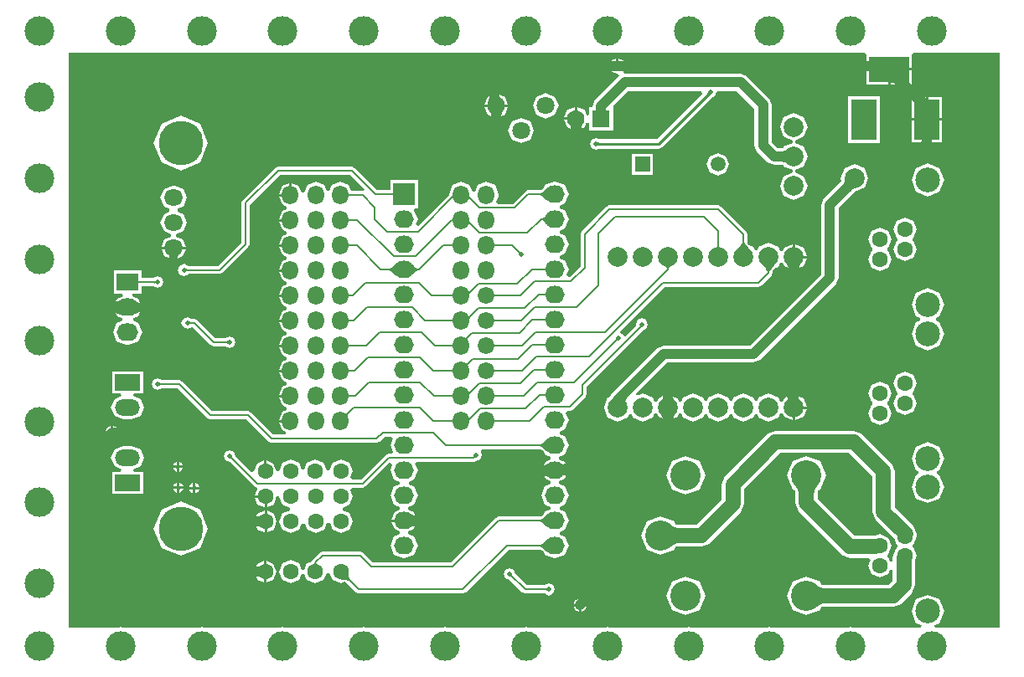
<source format=gbl>
G04 Layer_Physical_Order=2*
G04 Layer_Color=16711680*
%FSTAX24Y24*%
%MOIN*%
G70*
G01*
G75*
%ADD16R,0.0700X0.0700*%
%ADD18C,0.0394*%
%ADD19C,0.0472*%
%ADD20C,0.0060*%
%ADD22C,0.0400*%
%ADD23C,0.0300*%
%ADD24C,0.0100*%
%ADD27O,0.0780X0.0700*%
%ADD28R,0.0866X0.0866*%
%ADD29O,0.0650X0.0750*%
%ADD30O,0.0750X0.0650*%
%ADD31O,0.0650X0.0680*%
%ADD32C,0.1181*%
%ADD33C,0.0787*%
%ADD34C,0.1772*%
%ADD35C,0.0630*%
%ADD36R,0.1000X0.0650*%
%ADD37O,0.1000X0.0650*%
%ADD38O,0.0850X0.0700*%
%ADD39R,0.0850X0.0700*%
%ADD40R,0.1000X0.1600*%
%ADD41R,0.1600X0.1000*%
%ADD42C,0.0591*%
%ADD43R,0.0591X0.0591*%
%ADD44C,0.0709*%
%ADD45C,0.0700*%
%ADD46C,0.1200*%
%ADD47C,0.0984*%
%ADD48C,0.0200*%
%ADD49C,0.0400*%
%ADD50C,0.0300*%
%ADD51C,0.0591*%
G36*
X070703Y021732D02*
X068123D01*
X068105Y021826D01*
X068106Y021833D01*
X068309Y021917D01*
X068503Y022386D01*
X068309Y022854D01*
X067841Y023048D01*
X067372Y022854D01*
X067178Y022386D01*
X067372Y021917D01*
X067582Y02183D01*
X067563Y021732D01*
X064861D01*
X064772Y021769D01*
X064683Y021732D01*
X061632D01*
X061543Y021769D01*
X061454Y021732D01*
X058404D01*
X058315Y021769D01*
X058226Y021732D01*
X055175D01*
X055087Y021769D01*
X054998Y021732D01*
X051947D01*
X051858Y021769D01*
X051769Y021732D01*
X048719D01*
X04863Y021769D01*
X048541Y021732D01*
X04549D01*
X045402Y021769D01*
X045313Y021732D01*
X042262D01*
X042173Y021769D01*
X042084Y021732D01*
X039034D01*
X038945Y021769D01*
X038856Y021732D01*
X035805D01*
X035717Y021769D01*
X035628Y021732D01*
X033661D01*
Y044646D01*
X06534D01*
X065395Y044569D01*
X065395Y044546D01*
Y044019D01*
X066295D01*
X067195D01*
Y044546D01*
X067195Y044569D01*
X06725Y044646D01*
X070703D01*
Y021732D01*
D02*
G37*
%LPC*%
G36*
X036545Y03597D02*
X035455D01*
Y03503D01*
X035791D01*
X035811Y03493D01*
X035581Y034834D01*
X035533Y03472D01*
X035589Y034733D01*
X035642Y034749D01*
X035693Y034768D01*
X035743Y03479D01*
X035791Y034814D01*
Y03454D01*
X036D01*
X03627D01*
Y034781D01*
X036305Y034755D01*
X036342Y034731D01*
X03638Y034709D01*
X03642Y034691D01*
X036461Y034675D01*
X036489Y034667D01*
X036419Y034834D01*
X036189Y03493D01*
X036209Y03503D01*
X036545D01*
Y035338D01*
X037009D01*
X037012Y035332D01*
X03718Y035262D01*
X037348Y035332D01*
X037418Y0355D01*
X037348Y035668D01*
X03718Y035738D01*
X037012Y035668D01*
X037009Y035662D01*
X036545D01*
Y03597D01*
D02*
G37*
G36*
X03861Y02724D02*
X038464D01*
X038507Y027137D01*
X03861Y027094D01*
Y02724D01*
D02*
G37*
G36*
X036175Y028982D02*
X035825D01*
X035484Y028841D01*
X035343Y0285D01*
X035484Y028159D01*
X035761Y028045D01*
X035741Y027945D01*
X03538D01*
Y027055D01*
X03662D01*
Y027945D01*
X036259D01*
X036239Y028045D01*
X036516Y028159D01*
X036657Y0285D01*
X036516Y028841D01*
X036175Y028982D01*
D02*
G37*
G36*
X0582Y028579D02*
X057649Y028351D01*
X057421Y0278D01*
X057649Y027249D01*
X0582Y027021D01*
X058751Y027249D01*
X058979Y0278D01*
X058751Y028351D01*
X0582Y028579D01*
D02*
G37*
G36*
X067841Y029128D02*
X067372Y028934D01*
X067178Y028466D01*
X067372Y027997D01*
X067471Y027956D01*
Y027856D01*
X067372Y027815D01*
X067178Y027347D01*
X067372Y026878D01*
X067841Y026684D01*
X068309Y026878D01*
X068503Y027347D01*
X068309Y027815D01*
X06821Y027856D01*
Y027956D01*
X068309Y027997D01*
X068503Y028466D01*
X068309Y028934D01*
X067841Y029128D01*
D02*
G37*
G36*
X03861Y027486D02*
X038507Y027443D01*
X038464Y02734D01*
X03861D01*
Y027486D01*
D02*
G37*
G36*
X03627Y03444D02*
X036D01*
X035791D01*
Y034166D01*
X035743Y03419D01*
X035693Y034212D01*
X035642Y034231D01*
X035589Y034247D01*
X035533Y03426D01*
X035581Y034146D01*
X035785Y034061D01*
Y033961D01*
X035565Y03387D01*
X035416Y03351D01*
X035565Y03315D01*
X035925Y033001D01*
X036075D01*
X036435Y03315D01*
X036584Y03351D01*
X036435Y03387D01*
X036215Y033961D01*
Y034061D01*
X036419Y034146D01*
X036489Y034313D01*
X036461Y034305D01*
X03642Y034289D01*
X03638Y034271D01*
X036342Y034249D01*
X036305Y034225D01*
X03627Y034199D01*
Y03444D01*
D02*
G37*
G36*
X038216Y02726D02*
X03807D01*
Y027114D01*
X038173Y027157D01*
X038216Y02726D01*
D02*
G37*
G36*
X038856Y02724D02*
X03871D01*
Y027094D01*
X038813Y027137D01*
X038856Y02724D01*
D02*
G37*
G36*
X03797Y02726D02*
X037824D01*
X037867Y027157D01*
X03797Y027114D01*
Y02726D01*
D02*
G37*
G36*
X038324Y036814D02*
X037885D01*
Y036659D01*
X038134D01*
X038105Y036655D01*
X03808Y036643D01*
X038058Y036623D01*
X038038Y036595D01*
X038022Y036558D01*
X038008Y036514D01*
X037998Y036462D01*
X037997Y03645D01*
X03821Y036539D01*
X038324Y036814D01*
D02*
G37*
G36*
X066935Y038064D02*
X066602Y037926D01*
X066464Y037593D01*
X066602Y03726D01*
X066628Y037249D01*
Y037149D01*
X066602Y037138D01*
X066464Y036805D01*
X066602Y036472D01*
X066935Y036335D01*
X067268Y036472D01*
X067406Y036805D01*
X067268Y037138D01*
X067242Y037149D01*
Y037249D01*
X067268Y03726D01*
X067406Y037593D01*
X067268Y037926D01*
X066935Y038064D01*
D02*
G37*
G36*
X037785Y036814D02*
X037345D01*
X037459Y036539D01*
X037672Y036451D01*
X037671Y036462D01*
X037661Y036514D01*
X037647Y036558D01*
X037631Y036595D01*
X037612Y036623D01*
X037589Y036643D01*
X037564Y036655D01*
X037536Y036659D01*
X037785D01*
Y036814D01*
D02*
G37*
G36*
X03812Y026764D02*
X03735Y026446D01*
X037031Y025676D01*
X03735Y024906D01*
X03812Y024587D01*
X03889Y024906D01*
X039209Y025676D01*
X03889Y026446D01*
X03812Y026764D01*
D02*
G37*
G36*
X06255Y037014D02*
Y03655D01*
X063014D01*
X062878Y036878D01*
X06255Y037014D01*
D02*
G37*
G36*
X041445Y026389D02*
X041177Y026278D01*
X041128Y02616D01*
X041225Y026166D01*
X041241Y026169D01*
X041254Y026173D01*
X041264Y026177D01*
X04127Y026181D01*
Y026011D01*
X041445D01*
Y026389D01*
D02*
G37*
G36*
Y026911D02*
X041067D01*
X041177Y026643D01*
X041445Y026532D01*
Y026911D01*
D02*
G37*
G36*
Y025911D02*
X04127D01*
Y02574D01*
X041264Y025745D01*
X041254Y025749D01*
X041241Y025752D01*
X041225Y025755D01*
X041206Y025758D01*
X041157Y025762D01*
X041128Y025762D01*
X041177Y025643D01*
X041445Y025532D01*
Y025911D01*
D02*
G37*
G36*
X063014Y03645D02*
X06255D01*
Y036219D01*
X062776D01*
X062761Y036202D01*
X062747Y036182D01*
X062735Y03616D01*
X062725Y036134D01*
X062717Y036106D01*
X062709Y036075D01*
X062705Y036051D01*
X062878Y036122D01*
X063014Y03645D01*
D02*
G37*
G36*
X065935Y03767D02*
X065602Y037532D01*
X065464Y037199D01*
X065602Y036866D01*
X065628Y036855D01*
Y036755D01*
X065602Y036745D01*
X065464Y036412D01*
X065602Y036079D01*
X065935Y035941D01*
X066268Y036079D01*
X066406Y036412D01*
X066268Y036745D01*
X066242Y036755D01*
Y036855D01*
X066268Y036866D01*
X066406Y037199D01*
X066268Y037532D01*
X065935Y03767D01*
D02*
G37*
G36*
X03871Y027486D02*
Y02734D01*
X038856D01*
X038813Y027443D01*
X03871Y027486D01*
D02*
G37*
G36*
X03544Y02976D02*
Y02956D01*
X03564D01*
X035581Y029701D01*
X03544Y02976D01*
D02*
G37*
G36*
X065935Y031535D02*
X065602Y031397D01*
X065464Y031064D01*
X065602Y030731D01*
X065628Y030721D01*
Y030621D01*
X065602Y03061D01*
X065464Y030277D01*
X065602Y029944D01*
X065935Y029806D01*
X066268Y029944D01*
X066406Y030277D01*
X066268Y03061D01*
X066242Y030621D01*
Y030721D01*
X066268Y030731D01*
X066406Y031064D01*
X066268Y031397D01*
X065935Y031535D01*
D02*
G37*
G36*
X067841Y035263D02*
X067372Y035069D01*
X067178Y034601D01*
X067372Y034132D01*
X067537Y034064D01*
Y033964D01*
X067372Y033895D01*
X067178Y033427D01*
X067372Y032958D01*
X067841Y032764D01*
X068309Y032958D01*
X068503Y033427D01*
X068309Y033895D01*
X068144Y033964D01*
Y034064D01*
X068309Y034132D01*
X068503Y034601D01*
X068309Y035069D01*
X067841Y035263D01*
D02*
G37*
G36*
X03534Y02976D02*
X035199Y029701D01*
X03514Y02956D01*
X03534D01*
Y02976D01*
D02*
G37*
G36*
X038379Y034109D02*
X038211Y034039D01*
X038141Y033871D01*
X038211Y033702D01*
X038379Y033633D01*
X038548Y033702D01*
X038638Y033662D01*
X03931Y032991D01*
X039424Y032943D01*
X039899D01*
X039902Y032937D01*
X04007Y032868D01*
X040238Y032937D01*
X040308Y033106D01*
X040238Y033274D01*
X04007Y033344D01*
X039902Y033274D01*
X039899Y033268D01*
X039492D01*
X038765Y033995D01*
X03865Y034042D01*
X03854D01*
X038379Y034109D01*
D02*
G37*
G36*
X062633Y030979D02*
X06255Y030881D01*
Y03055D01*
X063014D01*
X062878Y030878D01*
X062633Y030979D01*
D02*
G37*
G36*
X0615Y031056D02*
X061107Y030893D01*
X06105Y030756D01*
X06095D01*
X060893Y030893D01*
X0605Y031056D01*
X060107Y030893D01*
X06005Y030756D01*
X05995D01*
X059893Y030893D01*
X0595Y031056D01*
X059107Y030893D01*
X05905Y030756D01*
X05895D01*
X058893Y030893D01*
X0585Y031056D01*
X058107Y030893D01*
X058039Y03073D01*
X057939D01*
X057878Y030878D01*
X057703Y03095D01*
X057708Y030872D01*
X057713Y030853D01*
X057717Y030838D01*
X057723Y030827D01*
X057729Y03082D01*
X05755D01*
Y0305D01*
Y030219D01*
X057776D01*
X057761Y030202D01*
X057747Y030182D01*
X057735Y03016D01*
X057725Y030134D01*
X057717Y030106D01*
X057709Y030075D01*
X057705Y030051D01*
X057878Y030122D01*
X057939Y03027D01*
X058039D01*
X058107Y030107D01*
X0585Y029944D01*
X058893Y030107D01*
X05895Y030244D01*
X05905D01*
X059107Y030107D01*
X0595Y029944D01*
X059893Y030107D01*
X05995Y030244D01*
X06005D01*
X060107Y030107D01*
X0605Y029944D01*
X060893Y030107D01*
X06095Y030244D01*
X06105D01*
X061107Y030107D01*
X0615Y029944D01*
X061893Y030107D01*
X061961Y03027D01*
X062061D01*
X062122Y030122D01*
X06245Y029986D01*
Y0305D01*
Y030761D01*
X0623Y030582D01*
X062297Y03066D01*
X062289Y030737D01*
X062275Y030811D01*
X062255Y030882D01*
X062239Y030926D01*
X062122Y030878D01*
X062061Y03073D01*
X061961D01*
X061893Y030893D01*
X0615Y031056D01*
D02*
G37*
G36*
X066935Y031929D02*
X066602Y031791D01*
X066464Y031458D01*
X066602Y031125D01*
X066628Y031114D01*
Y031014D01*
X066602Y031004D01*
X066464Y030671D01*
X066602Y030338D01*
X066935Y0302D01*
X067268Y030338D01*
X067406Y030671D01*
X067268Y031004D01*
X067242Y031014D01*
Y031114D01*
X067268Y031125D01*
X067406Y031458D01*
X067268Y031791D01*
X066935Y031929D01*
D02*
G37*
G36*
X063014Y03045D02*
X06255D01*
Y029986D01*
X062878Y030122D01*
X063014Y03045D01*
D02*
G37*
G36*
X03662Y031945D02*
X03538D01*
Y031055D01*
X035741D01*
X035761Y030955D01*
X035484Y030841D01*
X035343Y0305D01*
X035484Y030159D01*
X035825Y030018D01*
X036175D01*
X036516Y030159D01*
X036657Y0305D01*
X036516Y030841D01*
X036239Y030955D01*
X036259Y031055D01*
X03662D01*
Y031945D01*
D02*
G37*
G36*
X03796Y02809D02*
X037814D01*
X037857Y027987D01*
X03796Y027944D01*
Y02809D01*
D02*
G37*
G36*
X038206D02*
X03806D01*
Y027944D01*
X038163Y027987D01*
X038206Y02809D01*
D02*
G37*
G36*
X053333Y02795D02*
X052719D01*
Y027724D01*
X052702Y027739D01*
X052682Y027753D01*
X05266Y027765D01*
X052634Y027775D01*
X052606Y027783D01*
X052575Y027791D01*
X052559Y027793D01*
X052616Y027656D01*
X052834Y027565D01*
Y027457D01*
X0526Y02736D01*
X052451Y027D01*
X0526Y02664D01*
X052818Y02655D01*
Y02645D01*
X0526Y02636D01*
X052547Y026232D01*
X052493Y026186D01*
X052462Y026162D01*
X050759D01*
X050645Y026115D01*
X048858Y024328D01*
X045767D01*
X04537Y024725D01*
X045255Y024773D01*
X043765D01*
X04365Y024725D01*
X04336Y024435D01*
X043334Y024373D01*
X043142Y024294D01*
X043039Y024045D01*
X042931D01*
X042828Y024294D01*
X042495Y024431D01*
X042162Y024294D01*
X042058Y024042D01*
X042027Y023966D01*
X041932D01*
X0419Y024042D01*
X041803Y024278D01*
X041535Y024389D01*
Y023961D01*
Y023532D01*
X041803Y023643D01*
X0419Y023879D01*
X041932Y023955D01*
X042027D01*
X042058Y023879D01*
X042162Y023628D01*
X042495Y02349D01*
X042828Y023628D01*
X042931Y023876D01*
X043039D01*
X043142Y023628D01*
X043475Y02349D01*
X043808Y023628D01*
X043926Y023913D01*
X044034D01*
X044152Y023628D01*
X044485Y02349D01*
X044637Y023553D01*
X044659Y023551D01*
X044666Y02355D01*
X04508Y023136D01*
X045195Y023088D01*
X04934D01*
X049455Y023136D01*
X051157Y024838D01*
X052462D01*
X052493Y024814D01*
X052549Y024765D01*
X0526Y02464D01*
X05296Y024491D01*
X05304D01*
X0534Y02464D01*
X053549Y025D01*
X0534Y02536D01*
X053182Y02545D01*
Y02555D01*
X0534Y02564D01*
X053549Y026D01*
X0534Y02636D01*
X053182Y02645D01*
Y02655D01*
X0534Y02664D01*
X053549Y027D01*
X0534Y02736D01*
X053166Y027457D01*
Y027565D01*
X053384Y027656D01*
X053462Y027843D01*
X053333Y02795D01*
D02*
G37*
G36*
X03797Y027506D02*
X037867Y027463D01*
X037824Y02736D01*
X03797D01*
Y027506D01*
D02*
G37*
G36*
X03807D02*
Y02736D01*
X038216D01*
X038173Y027463D01*
X03807Y027506D01*
D02*
G37*
G36*
X03534Y02946D02*
X03514D01*
X035199Y029319D01*
X03534Y02926D01*
Y02946D01*
D02*
G37*
G36*
X03564D02*
X03544D01*
Y02926D01*
X035581Y029319D01*
X03564Y02946D01*
D02*
G37*
G36*
X064921Y040202D02*
X064528Y040039D01*
X064365Y039646D01*
X064409Y03954D01*
X063695Y038825D01*
X063594Y038583D01*
X063594Y038583D01*
Y035811D01*
X060763Y032981D01*
X057323D01*
X057323Y032981D01*
X05708Y03288D01*
X05708Y03288D01*
X055257Y031057D01*
X055207Y030934D01*
X055107Y030893D01*
X054944Y0305D01*
X055107Y030107D01*
X0555Y029944D01*
X055893Y030107D01*
X05595Y030244D01*
X05605D01*
X056107Y030107D01*
X0565Y029944D01*
X056893Y030107D01*
X056961Y03027D01*
X057061D01*
X057122Y030122D01*
X057295Y030051D01*
X057291Y030075D01*
X057283Y030106D01*
X057275Y030134D01*
X057265Y03016D01*
X057253Y030182D01*
X057239Y030202D01*
X057224Y030219D01*
X05745D01*
Y0305D01*
Y03082D01*
X057271D01*
X057277Y030827D01*
X057283Y030838D01*
X057287Y030853D01*
X057292Y030872D01*
X057295Y030896D01*
X0573Y030951D01*
X057122Y030878D01*
X057061Y03073D01*
X056961D01*
X056893Y030893D01*
X0565Y031056D01*
X056274Y030962D01*
X056217Y031047D01*
X057465Y032295D01*
X060906D01*
X060906Y032295D01*
X061148Y032395D01*
X06418Y035427D01*
X06418Y035427D01*
X06423Y035548D01*
X06428Y035669D01*
X06428Y035669D01*
Y038441D01*
X064934Y039095D01*
X065314Y039253D01*
X065477Y039646D01*
X065314Y040039D01*
X064921Y040202D01*
D02*
G37*
G36*
X03796Y028336D02*
X037857Y028293D01*
X037814Y02819D01*
X03796D01*
Y028336D01*
D02*
G37*
G36*
X03806D02*
Y02819D01*
X038206D01*
X038163Y028293D01*
X03806Y028336D01*
D02*
G37*
G36*
X047281Y02595D02*
X046494D01*
X046616Y025656D01*
X046834Y025565D01*
Y025457D01*
X0466Y02536D01*
X046451Y025D01*
X0466Y02464D01*
X04696Y024491D01*
X04704D01*
X0474Y02464D01*
X047549Y025D01*
X0474Y02536D01*
X047166Y025457D01*
Y025565D01*
X047384Y025656D01*
X047441Y025793D01*
X047425Y025791D01*
X047394Y025783D01*
X047366Y025775D01*
X04734Y025765D01*
X047318Y025753D01*
X047298Y025739D01*
X047281Y025724D01*
Y02595D01*
D02*
G37*
G36*
X052638Y043033D02*
X052275Y042883D01*
X052124Y04252D01*
X052275Y042157D01*
X052638Y042006D01*
X053001Y042157D01*
X053151Y04252D01*
X053001Y042883D01*
X052638Y043033D01*
D02*
G37*
G36*
X053793Y041958D02*
X053376D01*
X053498Y041663D01*
X053641Y041604D01*
X053638Y041645D01*
X053634Y041672D01*
X053628Y041695D01*
X053622Y041716D01*
X053615Y041733D01*
X053607Y041747D01*
X053598Y041758D01*
X053793D01*
Y041958D01*
D02*
G37*
G36*
X067195Y042775D02*
Y042018D01*
X067745D01*
Y042621D01*
X067298Y042411D01*
X067329Y042432D01*
X067347Y042461D01*
X067352Y042498D01*
X067343Y042542D01*
X067322Y042594D01*
X067288Y042654D01*
X06724Y042721D01*
X067195Y042775D01*
D02*
G37*
G36*
X053793Y042474D02*
X053498Y042352D01*
X053376Y042058D01*
X053793D01*
Y042474D01*
D02*
G37*
G36*
X068395Y042868D02*
X067845D01*
Y042781D01*
X067874Y042768D01*
X067924Y042754D01*
X067971Y042749D01*
X068014Y042753D01*
X068053Y042766D01*
X067845Y042668D01*
Y042018D01*
X068395D01*
Y042868D01*
D02*
G37*
G36*
Y041919D02*
X067845D01*
Y041069D01*
X068395D01*
Y041919D01*
D02*
G37*
G36*
X05395Y02258D02*
X05375D01*
X053809Y022439D01*
X05395Y02238D01*
Y02258D01*
D02*
G37*
G36*
X05425D02*
X05405D01*
Y02238D01*
X054191Y022439D01*
X05425Y02258D01*
D02*
G37*
G36*
X051654Y042049D02*
X051291Y041898D01*
X05114Y041535D01*
X051291Y041172D01*
X051654Y041022D01*
X052017Y041172D01*
X052167Y041535D01*
X052017Y041898D01*
X051654Y042049D01*
D02*
G37*
G36*
X067745Y041919D02*
X067195D01*
Y041069D01*
X067745D01*
Y041919D01*
D02*
G37*
G36*
X065915Y042888D02*
X064675D01*
Y041048D01*
X065915D01*
Y042888D01*
D02*
G37*
G36*
X066345Y043459D02*
Y043369D01*
X066573D01*
X066571Y043369D01*
X066516Y0434D01*
X06646Y043425D01*
X066404Y043445D01*
X066349Y043459D01*
X066345Y043459D01*
D02*
G37*
G36*
X066245Y043918D02*
X065395D01*
Y043369D01*
X066245D01*
Y043469D01*
X066237Y04347D01*
X066245D01*
Y043918D01*
D02*
G37*
G36*
X067195D02*
X066345D01*
Y04347D01*
X067094D01*
X067093Y043467D01*
X067097Y043459D01*
X067108Y043445D01*
X067125Y043425D01*
X067179Y043369D01*
X067195D01*
Y043918D01*
D02*
G37*
G36*
X05554Y044414D02*
Y04416D01*
X055794D01*
X05572Y04434D01*
X05554Y044414D01*
D02*
G37*
G36*
X05544D02*
X05526Y04434D01*
X055186Y04416D01*
X05544D01*
Y044414D01*
D02*
G37*
G36*
X0582Y023779D02*
X057649Y023551D01*
X057421Y023D01*
X057649Y022449D01*
X0582Y022221D01*
X058751Y022449D01*
X058979Y023D01*
X058751Y023551D01*
X0582Y023779D01*
D02*
G37*
G36*
X050619Y04247D02*
X050198D01*
X050322Y042172D01*
X050467Y042112D01*
X050464Y042151D01*
X05046Y042178D01*
X050454Y042202D01*
X050447Y042223D01*
X05044Y04224D01*
X050431Y042255D01*
X050421Y042267D01*
X050619D01*
Y04247D01*
D02*
G37*
G36*
X05114D02*
X050719D01*
Y042267D01*
X050917D01*
X050908Y042255D01*
X050899Y04224D01*
X050891Y042223D01*
X050885Y042202D01*
X050879Y042178D01*
X050874Y042151D01*
X05087Y042111D01*
X051017Y042172D01*
X05114Y04247D01*
D02*
G37*
G36*
X050382Y042893D02*
X050322Y042867D01*
X050198Y04257D01*
X050619D01*
Y042768D01*
X050366Y042702D01*
X050369Y04271D01*
X050372Y042721D01*
X050374Y042736D01*
X050377Y042754D01*
X050382Y042832D01*
X050382Y042893D01*
D02*
G37*
G36*
X067745Y042868D02*
X067698D01*
X067701Y042866D01*
X067745Y042836D01*
Y042868D01*
D02*
G37*
G36*
X050783Y042964D02*
X050783Y042963D01*
X050788Y042933D01*
X050794Y042907D01*
X050802Y042885D01*
X050811Y042865D01*
X050821Y042849D01*
X050833Y042837D01*
X050846Y042827D01*
X050719Y042794D01*
Y04257D01*
X05114D01*
X051017Y042867D01*
X050783Y042964D01*
D02*
G37*
G36*
X03812Y042119D02*
X03735Y0418D01*
X037031Y04103D01*
X03735Y04026D01*
X03812Y039941D01*
X03889Y04026D01*
X039209Y04103D01*
X03889Y0418D01*
X03812Y042119D01*
D02*
G37*
G36*
X041435Y024389D02*
X041167Y024278D01*
X041118Y02416D01*
X041215Y024166D01*
X041231Y024169D01*
X041244Y024173D01*
X041254Y024177D01*
X04126Y024181D01*
Y024011D01*
X041435D01*
Y024389D01*
D02*
G37*
G36*
X067841Y040224D02*
X067372Y04003D01*
X067178Y039561D01*
X067372Y039093D01*
X067841Y038899D01*
X068309Y039093D01*
X068503Y039561D01*
X068309Y04003D01*
X067841Y040224D01*
D02*
G37*
G36*
X037885Y039336D02*
X037785D01*
X037444Y039195D01*
X037303Y038854D01*
X037444Y038513D01*
X037674Y038418D01*
Y03831D01*
X037444Y038215D01*
X037303Y037874D01*
X037444Y037533D01*
X037736Y037412D01*
Y037304D01*
X037459Y037189D01*
X037345Y036914D01*
X037835D01*
X038324D01*
X03821Y037189D01*
X037933Y037304D01*
Y037412D01*
X038225Y037533D01*
X038366Y037874D01*
X038225Y038215D01*
X037995Y03831D01*
Y038418D01*
X038225Y038513D01*
X038366Y038854D01*
X038225Y039195D01*
X037885Y039336D01*
D02*
G37*
G36*
X041435Y023911D02*
X04126D01*
Y02374D01*
X041254Y023745D01*
X041244Y023749D01*
X041231Y023752D01*
X041215Y023755D01*
X041196Y023758D01*
X041147Y023762D01*
X041118Y023762D01*
X041167Y023643D01*
X041435Y023532D01*
Y023911D01*
D02*
G37*
G36*
X055794Y04406D02*
X055186D01*
X05526Y04388D01*
X05549Y043785D01*
X055498Y043789D01*
X055545Y043705D01*
X054598Y042757D01*
X054496Y042513D01*
Y042478D01*
X054373D01*
Y042166D01*
X054273Y042146D01*
X054187Y042352D01*
X053893Y042474D01*
Y042008D01*
Y041758D01*
X054088D01*
X054078Y041747D01*
X05407Y041733D01*
X054063Y041716D01*
X054057Y041695D01*
X054051Y041672D01*
X054047Y041645D01*
X054043Y041604D01*
X054187Y041663D01*
X054273Y04187D01*
X054373Y04185D01*
Y041538D01*
X055313D01*
Y042478D01*
X055313Y042478D01*
X055313D01*
X055371Y042551D01*
X055933Y043114D01*
X058832D01*
X058873Y043014D01*
X057044Y041184D01*
X054761D01*
X05463Y041238D01*
X054462Y041168D01*
X054392Y041D01*
X054462Y040832D01*
X05463Y040762D01*
X054761Y040816D01*
X05712D01*
X05712Y040816D01*
X05725Y04087D01*
X059218Y042838D01*
X059348Y042892D01*
X059418Y04306D01*
X059454Y043114D01*
X060237D01*
X060934Y042417D01*
Y04094D01*
X061035Y040695D01*
X061475Y040255D01*
X06172Y040154D01*
X062087D01*
X062107Y040107D01*
X062453Y039964D01*
Y039855D01*
X062107Y039712D01*
X061944Y039319D01*
X062107Y038926D01*
X0625Y038763D01*
X062893Y038926D01*
X063056Y039319D01*
X062893Y039712D01*
X062547Y039855D01*
Y039964D01*
X062893Y040107D01*
X063056Y0405D01*
X062893Y040893D01*
X062547Y041036D01*
Y041145D01*
X062893Y041288D01*
X063056Y041681D01*
X062893Y042074D01*
X0625Y042237D01*
X062107Y042074D01*
X061944Y041681D01*
X062107Y041288D01*
X062453Y041145D01*
Y041036D01*
X062107Y040893D01*
X062087Y040846D01*
X061863D01*
X061626Y041083D01*
Y04256D01*
X061525Y042805D01*
X060625Y043705D01*
X06038Y043806D01*
X05579D01*
X055767Y043797D01*
X055722Y043886D01*
X055794Y04406D01*
D02*
G37*
G36*
X0512Y024114D02*
X051032Y024044D01*
X050962Y023876D01*
X051032Y023707D01*
X0512Y023637D01*
X051206Y02364D01*
X051705Y023141D01*
X05182Y023093D01*
X052599D01*
X052602Y023087D01*
X05277Y023017D01*
X052938Y023087D01*
X053008Y023256D01*
X052938Y023424D01*
X05277Y023494D01*
X052602Y023424D01*
X052599Y023418D01*
X051887D01*
X051436Y02387D01*
X051438Y023876D01*
X051368Y024044D01*
X0512Y024114D01*
D02*
G37*
G36*
X05405Y02288D02*
Y02268D01*
X05425D01*
X054191Y022821D01*
X05405Y02288D01*
D02*
G37*
G36*
X044915Y040098D02*
X04198D01*
X041865Y04005D01*
X04058Y038765D01*
X040533Y038651D01*
Y037083D01*
X039593Y036143D01*
X038416D01*
X038413Y036149D01*
X038245Y036219D01*
X038077Y036149D01*
X038007Y035981D01*
X038077Y035812D01*
X038245Y035742D01*
X038413Y035812D01*
X038416Y035818D01*
X03966D01*
X039775Y035866D01*
X04081Y036901D01*
X040857Y037016D01*
Y038583D01*
X042047Y039773D01*
X044848D01*
X045418Y039203D01*
X045361Y039118D01*
X04535Y039123D01*
X0449D01*
X044806Y039351D01*
X044465Y039492D01*
X044124Y039351D01*
X044029Y039121D01*
X043921D01*
X043826Y039351D01*
X043485Y039492D01*
X043144Y039351D01*
X043023Y039059D01*
X042915D01*
X0428Y039336D01*
X042525Y03945D01*
Y038961D01*
X042475D01*
Y038911D01*
X042015D01*
X04215Y038585D01*
X04233Y038511D01*
Y038411D01*
X04215Y038336D01*
X042015Y038011D01*
X042475D01*
Y037911D01*
X042015D01*
X04215Y037585D01*
X04233Y037511D01*
Y037411D01*
X04215Y037336D01*
X042015Y037011D01*
X042475D01*
Y036911D01*
X042015D01*
X04215Y036585D01*
X04233Y036511D01*
Y036411D01*
X04215Y036336D01*
X042015Y036011D01*
X042475D01*
Y035911D01*
X042015D01*
X04215Y035585D01*
X04233Y035511D01*
Y035411D01*
X04215Y035336D01*
X042015Y035011D01*
X042475D01*
Y034911D01*
X042015D01*
X04215Y034585D01*
X04233Y034511D01*
Y034411D01*
X04215Y034336D01*
X042015Y034011D01*
X042475D01*
Y033911D01*
X042015D01*
X04215Y033585D01*
X04233Y033511D01*
Y033411D01*
X04215Y033336D01*
X042015Y033011D01*
X042475D01*
Y032911D01*
X042015D01*
X04215Y032585D01*
X04233Y032511D01*
Y032411D01*
X04215Y032336D01*
X042015Y032011D01*
X042475D01*
Y031911D01*
X042015D01*
X04215Y031585D01*
X04233Y031511D01*
Y031411D01*
X04215Y031336D01*
X042015Y031011D01*
X042475D01*
Y030911D01*
X042015D01*
X04215Y030585D01*
X04233Y030511D01*
Y030411D01*
X04215Y030336D01*
X042015Y030011D01*
X042475D01*
Y029911D01*
X042015D01*
X04215Y029585D01*
X0423Y029523D01*
X04228Y029423D01*
X041782D01*
X0409Y030305D01*
X040785Y030353D01*
X039357D01*
X038165Y031545D01*
X03805Y031592D01*
X037371D01*
X037368Y031598D01*
X0372Y031668D01*
X037032Y031598D01*
X036962Y03143D01*
X037032Y031262D01*
X0372Y031192D01*
X037368Y031262D01*
X037371Y031268D01*
X037983D01*
X039175Y030076D01*
X039289Y030028D01*
X040718D01*
X0416Y029146D01*
X041715Y029098D01*
X045906D01*
X046021Y029146D01*
X046223Y029348D01*
X046505D01*
X046561Y029264D01*
X046451Y029D01*
X046556Y028746D01*
X046501Y028663D01*
X046379D01*
X046265Y028615D01*
X045287Y027638D01*
X044912D01*
X044857Y027721D01*
X044956Y027961D01*
X044818Y028294D01*
X044485Y028431D01*
X044152Y028294D01*
X044034Y028009D01*
X043926D01*
X043808Y028294D01*
X043475Y028431D01*
X043142Y028294D01*
X043039Y028045D01*
X042931D01*
X042828Y028294D01*
X042495Y028431D01*
X042162Y028294D01*
X04206Y028047D01*
X042027Y027966D01*
X041932D01*
X041898Y028047D01*
X041803Y028278D01*
X041535Y028389D01*
Y027961D01*
X041435D01*
Y028389D01*
X041167Y028278D01*
X04104Y027971D01*
X040943Y027926D01*
X040306Y028564D01*
X040308Y02857D01*
X040238Y028738D01*
X04007Y028808D01*
X039902Y028738D01*
X039832Y02857D01*
X039902Y028402D01*
X04007Y028332D01*
X040076Y028334D01*
X04105Y027361D01*
X041106Y027337D01*
X041162Y027291D01*
X041153Y027218D01*
X041067Y027011D01*
X041495D01*
Y026961D01*
X041545D01*
Y026532D01*
X041813Y026643D01*
X041908Y026874D01*
X041942Y026955D01*
X042037D01*
X042068Y026879D01*
X042172Y026628D01*
X042445Y026515D01*
Y026407D01*
X042172Y026294D01*
X042068Y026042D01*
X042037Y025966D01*
X041942D01*
X04191Y026042D01*
X041813Y026278D01*
X041545Y026389D01*
Y025961D01*
Y025532D01*
X041813Y025643D01*
X04191Y025879D01*
X041942Y025955D01*
X042037D01*
X042068Y025879D01*
X042172Y025628D01*
X042505Y02549D01*
X042838Y025628D01*
X042941Y025876D01*
X043049D01*
X043152Y025628D01*
X043485Y02549D01*
X043818Y025628D01*
X043936Y025913D01*
X044044D01*
X044162Y025628D01*
X044495Y02549D01*
X044828Y025628D01*
X044966Y025961D01*
X044828Y026294D01*
X044555Y026407D01*
Y026515D01*
X044828Y026628D01*
X044966Y026961D01*
X044861Y027213D01*
X044928Y027313D01*
X045354D01*
X045469Y027361D01*
X046414Y028305D01*
X046472Y028301D01*
X046535Y028201D01*
X046451Y028D01*
X0466Y02764D01*
X046818Y02755D01*
Y02745D01*
X0466Y02736D01*
X046451Y027D01*
X0466Y02664D01*
X046834Y026543D01*
Y026435D01*
X046616Y026344D01*
X046494Y02605D01*
X047281D01*
Y026276D01*
X047298Y026261D01*
X047318Y026247D01*
X04734Y026235D01*
X047366Y026225D01*
X047394Y026217D01*
X047425Y026209D01*
X047441Y026207D01*
X047384Y026344D01*
X047166Y026435D01*
Y026543D01*
X0474Y02664D01*
X047549Y027D01*
X0474Y02736D01*
X047182Y02745D01*
Y02755D01*
X0474Y02764D01*
X047549Y028D01*
X047443Y028255D01*
X047499Y028338D01*
X049765D01*
X049844Y028371D01*
X049865Y028363D01*
X050033Y028432D01*
X050103Y028601D01*
X050046Y028738D01*
X050095Y028838D01*
X052462D01*
X052493Y028814D01*
X052549Y028765D01*
X0526Y02864D01*
X052834Y028543D01*
Y028435D01*
X052616Y028344D01*
X052559Y028207D01*
X052575Y028209D01*
X052606Y028217D01*
X052634Y028225D01*
X05266Y028235D01*
X052682Y028247D01*
X052702Y028261D01*
X052719Y028276D01*
Y02805D01*
X053212D01*
X053035Y028197D01*
X053112Y0282D01*
X053188Y028208D01*
X053261Y028222D01*
X053331Y028241D01*
X0534Y028266D01*
X053414Y028273D01*
X053384Y028344D01*
X053166Y028435D01*
Y028543D01*
X0534Y02864D01*
X053549Y029D01*
X0534Y02936D01*
X053182Y02945D01*
Y02955D01*
X0534Y02964D01*
X053549Y03D01*
X05344Y030263D01*
X053506Y030363D01*
X053585D01*
X0537Y030411D01*
X054215Y030926D01*
X054262Y031041D01*
Y031333D01*
X056532Y033603D01*
X056638Y033647D01*
X056708Y033816D01*
X056638Y033984D01*
X05647Y034054D01*
X056302Y033984D01*
X056232Y033816D01*
X056248Y033778D01*
X055809Y033339D01*
X055711Y033358D01*
X055683Y033424D01*
X055628Y033447D01*
X055609Y033545D01*
X057372Y035308D01*
X0611D01*
X061215Y035356D01*
X061615Y035756D01*
X061662Y035871D01*
Y035962D01*
X061685Y035993D01*
X061724Y036037D01*
X061893Y036107D01*
X061961Y03627D01*
X062061D01*
X062122Y036122D01*
X062295Y036051D01*
X062291Y036075D01*
X062283Y036106D01*
X062275Y036134D01*
X062265Y03616D01*
X062253Y036182D01*
X062239Y036202D01*
X062224Y036219D01*
X06245D01*
Y0365D01*
Y037014D01*
X062122Y036878D01*
X062061Y03673D01*
X061961D01*
X061893Y036893D01*
X0615Y037056D01*
X061107Y036893D01*
X06105Y036756D01*
X06095D01*
X060893Y036893D01*
X060723Y036964D01*
X060686Y037007D01*
X060662Y037038D01*
Y037391D01*
X060615Y037505D01*
X059605Y038515D01*
X05949Y038563D01*
X05517D01*
X055055Y038515D01*
X054065Y037525D01*
X054018Y037411D01*
Y036133D01*
X053596Y035711D01*
X053532Y035716D01*
X053471Y035813D01*
X053549Y036D01*
X0534Y03636D01*
X053182Y03645D01*
Y03655D01*
X0534Y03664D01*
X053549Y037D01*
X0534Y03736D01*
X053182Y03745D01*
Y03755D01*
X0534Y03764D01*
X053549Y038D01*
X0534Y03836D01*
X053182Y03845D01*
Y03855D01*
X0534Y03864D01*
X053549Y039D01*
X0534Y03936D01*
X05304Y039509D01*
X05296D01*
X0526Y03936D01*
X052547Y039232D01*
X052493Y039186D01*
X052462Y039162D01*
X051939D01*
X051825Y039115D01*
X051323Y038613D01*
X050723D01*
X050668Y038696D01*
X050757Y038911D01*
Y039011D01*
X050616Y039351D01*
X050275Y039492D01*
X049934Y039351D01*
X049824Y039085D01*
X049716D01*
X049606Y039351D01*
X049265Y039492D01*
X048924Y039351D01*
X048783Y039011D01*
Y038974D01*
X047549Y037739D01*
X047464Y037796D01*
X047549Y038D01*
X047405Y038347D01*
X047443Y038447D01*
X047553D01*
Y039553D01*
X046447D01*
Y039162D01*
X045918D01*
X04503Y04005D01*
X044915Y040098D01*
D02*
G37*
G36*
X059488Y040646D02*
X05917Y040515D01*
X059039Y040197D01*
X05917Y039879D01*
X059488Y039747D01*
X059806Y039879D01*
X059938Y040197D01*
X059806Y040515D01*
X059488Y040646D01*
D02*
G37*
G36*
X056903Y040607D02*
X056073D01*
Y039777D01*
X056903D01*
Y040607D01*
D02*
G37*
G36*
X05395Y02288D02*
X053809Y022821D01*
X05375Y02268D01*
X05395D01*
Y02288D01*
D02*
G37*
G36*
X042425Y03945D02*
X04215Y039336D01*
X042015Y039011D01*
X042425D01*
Y03945D01*
D02*
G37*
G36*
X064882Y029583D02*
X061772D01*
X061454Y029452D01*
X059761Y027759D01*
X059629Y027441D01*
Y02684D01*
X058639Y025849D01*
X057793D01*
X057751Y025951D01*
X0572Y026179D01*
X056649Y025951D01*
X056421Y0254D01*
X056649Y024849D01*
X0572Y024621D01*
X057751Y024849D01*
X057793Y024951D01*
X058825D01*
X059143Y025082D01*
X060397Y026336D01*
X060528Y026654D01*
Y027255D01*
X061958Y028684D01*
X064696D01*
X065613Y027767D01*
Y026339D01*
X065745Y026021D01*
X066518Y025248D01*
X066602Y025045D01*
X066628Y025034D01*
Y024934D01*
X066602Y024924D01*
X066579Y024868D01*
X066572Y024865D01*
X06644Y024547D01*
Y024375D01*
X06634Y024355D01*
X066268Y02453D01*
X066242Y024541D01*
Y024641D01*
X066268Y024651D01*
X066406Y024984D01*
X066268Y025317D01*
X065935Y025455D01*
X065769Y025387D01*
X065713Y02541D01*
X064911D01*
X063449Y026871D01*
Y027207D01*
X063551Y027249D01*
X063779Y0278D01*
X063551Y028351D01*
X063Y028579D01*
X062449Y028351D01*
X062221Y0278D01*
X062449Y027249D01*
X062551Y027207D01*
Y026685D01*
X062682Y026367D01*
X064407Y024643D01*
X064724Y024511D01*
X065504D01*
X06556Y024428D01*
X065464Y024197D01*
X065602Y023864D01*
X065935Y023726D01*
X066268Y023864D01*
X06634Y024039D01*
X06644Y024019D01*
Y023611D01*
X066278Y023449D01*
X063593D01*
X063551Y023551D01*
X063Y023779D01*
X062449Y023551D01*
X062221Y023D01*
X062449Y022449D01*
X063Y022221D01*
X063551Y022449D01*
X063593Y022551D01*
X066465D01*
X066782Y022682D01*
X067208Y023107D01*
X067339Y023425D01*
Y02443D01*
X067406Y024591D01*
X067268Y024924D01*
X067242Y024934D01*
Y025034D01*
X067268Y025045D01*
X067406Y025378D01*
X067387Y025424D01*
X067399Y025453D01*
X067267Y02577D01*
X066512Y026525D01*
Y027953D01*
X066381Y028271D01*
X0652Y029452D01*
X064882Y029583D01*
D02*
G37*
%LPD*%
G36*
X036423Y035554D02*
X036425Y035549D01*
X036428Y035545D01*
X036432Y035541D01*
X036438Y035538D01*
X036445Y035535D01*
X036453Y035533D01*
X036462Y035531D01*
X036472Y03553D01*
X036484Y03553D01*
Y03547D01*
X036472Y03547D01*
X036462Y035469D01*
X036453Y035467D01*
X036445Y035465D01*
X036438Y035463D01*
X036432Y035459D01*
X036428Y035455D01*
X036425Y035451D01*
X036423Y035446D01*
X036423Y03544D01*
Y03556D01*
X036423Y035554D01*
D02*
G37*
G36*
X037109Y03543D02*
X037101Y035438D01*
X037093Y035444D01*
X037085Y03545D01*
X037076Y035456D01*
X037068Y03546D01*
X03706Y035464D01*
X037051Y035466D01*
X037042Y035468D01*
X037034Y03547D01*
X037025Y03547D01*
Y03553D01*
X037034Y03553D01*
X037042Y035532D01*
X037051Y035534D01*
X03706Y035536D01*
X037068Y03554D01*
X037076Y035544D01*
X037085Y03555D01*
X037093Y035556D01*
X037101Y035562D01*
X037109Y03557D01*
Y03543D01*
D02*
G37*
G36*
X039999Y033036D02*
X039991Y033043D01*
X039983Y03305D01*
X039975Y033056D01*
X039966Y033061D01*
X039958Y033066D01*
X03995Y033069D01*
X039941Y033072D01*
X039932Y033074D01*
X039924Y033075D01*
X039915Y033076D01*
Y033136D01*
X039924Y033136D01*
X039932Y033137D01*
X039941Y033139D01*
X03995Y033142D01*
X039958Y033146D01*
X039966Y03315D01*
X039975Y033155D01*
X039983Y033161D01*
X039991Y033168D01*
X039999Y033176D01*
Y033036D01*
D02*
G37*
G36*
X038453Y03394D02*
X038461Y033934D01*
X03847Y033928D01*
X038479Y033923D01*
X038488Y033919D01*
X038496Y033916D01*
X038505Y033913D01*
X038514Y033911D01*
X038523Y03391D01*
X038531Y03391D01*
X038537Y03385D01*
X038528Y03385D01*
X038519Y033848D01*
X038511Y033846D01*
X038502Y033843D01*
X038494Y033839D01*
X038486Y033835D01*
X038479Y033829D01*
X038471Y033823D01*
X038464Y033816D01*
X038457Y033808D01*
X038444Y033947D01*
X038453Y03394D01*
D02*
G37*
G36*
X043505Y024312D02*
X043506Y024304D01*
X043507Y024297D01*
X043509Y024291D01*
X043511Y024285D01*
X043513Y024281D01*
X043516Y024277D01*
X043519Y024274D01*
X043523Y024272D01*
X043528Y024271D01*
X043422D01*
X043427Y024272D01*
X043431Y024274D01*
X043434Y024277D01*
X043437Y024281D01*
X043439Y024285D01*
X043441Y024291D01*
X043443Y024297D01*
X043444Y024304D01*
X043445Y024312D01*
X043445Y024321D01*
X043505D01*
X043505Y024312D01*
D02*
G37*
G36*
X052719Y024724D02*
X052672Y024771D01*
X052548Y024882D01*
X052512Y024909D01*
X052478Y024931D01*
X052447Y024948D01*
X052419Y02496D01*
X052394Y024968D01*
X052371Y02497D01*
Y02503D01*
X052394Y025032D01*
X052419Y02504D01*
X052447Y025052D01*
X052478Y025069D01*
X052512Y025091D01*
X052548Y025118D01*
X052628Y025187D01*
X052719Y025276D01*
Y024724D01*
D02*
G37*
G36*
X0448Y023906D02*
X044809Y023777D01*
X044814Y023741D01*
X044821Y02371D01*
X044829Y023683D01*
X044839Y02366D01*
X044849Y023641D01*
X044862Y023627D01*
X044819Y023584D01*
X044804Y023596D01*
X044785Y023607D01*
X044762Y023617D01*
X044735Y023625D01*
X044704Y023632D01*
X044669Y023637D01*
X044587Y023644D01*
X044539Y023646D01*
X044488Y023646D01*
X0448Y023957D01*
X0448Y023906D01*
D02*
G37*
G36*
X052719Y025724D02*
X052672Y025771D01*
X052548Y025882D01*
X052512Y025909D01*
X052478Y025931D01*
X052447Y025948D01*
X052419Y02596D01*
X052394Y025968D01*
X052371Y02597D01*
Y02603D01*
X052394Y026032D01*
X052419Y02604D01*
X052447Y026052D01*
X052478Y026069D01*
X052512Y026091D01*
X052548Y026118D01*
X052628Y026187D01*
X052719Y026276D01*
Y025724D01*
D02*
G37*
G36*
X055927Y030963D02*
X055897Y030932D01*
X05585Y030875D01*
X055834Y030849D01*
X055821Y030824D01*
X055813Y030801D01*
X055809Y03078D01*
X055809Y03076D01*
X055814Y030742D01*
X055822Y030726D01*
X055305Y030842D01*
X0556Y031193D01*
X055927Y030963D01*
D02*
G37*
G36*
X064973Y039255D02*
X064953Y039251D01*
X064932Y039244D01*
X064909Y039235D01*
X064885Y039222D01*
X064861Y039207D01*
X064835Y039188D01*
X064779Y039143D01*
X06475Y039116D01*
X064719Y039086D01*
X064395Y039319D01*
X064424Y039349D01*
X064472Y039408D01*
X064491Y039436D01*
X064506Y039463D01*
X064518Y039489D01*
X064527Y039515D01*
X064532Y039539D01*
X064534Y039563D01*
X064532Y039586D01*
X064973Y039255D01*
D02*
G37*
G36*
X059179Y04296D02*
X059173Y04296D01*
X059167Y042959D01*
X059161Y042957D01*
X059155Y042954D01*
X059148Y04295D01*
X059141Y042946D01*
X059134Y042941D01*
X059127Y042935D01*
X059112Y042921D01*
X059041Y042992D01*
X059048Y042999D01*
X059061Y043014D01*
X059066Y043021D01*
X05907Y043028D01*
X059074Y043035D01*
X059077Y043041D01*
X059079Y043047D01*
X05908Y043053D01*
X05908Y043059D01*
X059179Y04296D01*
D02*
G37*
G36*
X054706Y041066D02*
X054711Y041063D01*
X054716Y04106D01*
X054723Y041057D01*
X05473Y041055D01*
X054738Y041053D01*
X054746Y041052D01*
X054756Y041051D01*
X054777Y04105D01*
Y04095D01*
X054766Y04095D01*
X054746Y040948D01*
X054738Y040947D01*
X05473Y040945D01*
X054723Y040943D01*
X054716Y04094D01*
X054711Y040937D01*
X054706Y040934D01*
X054701Y04093D01*
Y04107D01*
X054706Y041066D01*
D02*
G37*
G36*
X062219Y040224D02*
X062203Y040239D01*
X062183Y040252D01*
X062161Y040263D01*
X062136Y040273D01*
X062108Y040281D01*
X062077Y040288D01*
X062044Y040293D01*
X062007Y040297D01*
X061925Y0403D01*
Y0407D01*
X061967Y040701D01*
X062044Y040707D01*
X062077Y040712D01*
X062108Y040719D01*
X062136Y040727D01*
X062161Y040737D01*
X062183Y040748D01*
X062203Y040761D01*
X062219Y040776D01*
Y040224D01*
D02*
G37*
G36*
X052699Y023186D02*
X052691Y023193D01*
X052683Y0232D01*
X052675Y023206D01*
X052666Y023211D01*
X052658Y023216D01*
X05265Y023219D01*
X052641Y023222D01*
X052632Y023224D01*
X052624Y023225D01*
X052615Y023226D01*
Y023286D01*
X052624Y023286D01*
X052632Y023287D01*
X052641Y023289D01*
X05265Y023292D01*
X052658Y023296D01*
X052666Y0233D01*
X052675Y023305D01*
X052683Y023311D01*
X052691Y023318D01*
X052699Y023326D01*
Y023186D01*
D02*
G37*
G36*
X0513Y023864D02*
X051301Y023853D01*
X051303Y023843D01*
X051305Y023834D01*
X051307Y023825D01*
X051311Y023816D01*
X051315Y023808D01*
X05132Y023801D01*
X051325Y023794D01*
X051331Y023787D01*
X051289Y023745D01*
X051282Y023751D01*
X051275Y023756D01*
X051267Y023761D01*
X051259Y023765D01*
X051251Y023768D01*
X051242Y023771D01*
X051232Y023773D01*
X051222Y023775D01*
X051212Y023775D01*
X051201Y023776D01*
X0513Y023875D01*
X0513Y023864D01*
D02*
G37*
G36*
X050599Y030015D02*
X050601Y03001D01*
X050604Y030005D01*
X050608Y030001D01*
X050614Y029998D01*
X050621Y029995D01*
X050629Y029993D01*
X050638Y029992D01*
X050649Y029991D01*
X05066Y029991D01*
Y029931D01*
X050649Y02993D01*
X050638Y029929D01*
X050629Y029928D01*
X050621Y029926D01*
X050614Y029923D01*
X050608Y02992D01*
X050604Y029916D01*
X050601Y029912D01*
X050599Y029906D01*
X050598Y029901D01*
Y030021D01*
X050599Y030015D01*
D02*
G37*
G36*
X044779Y030232D02*
X04477Y030223D01*
X044763Y030214D01*
X044756Y030206D01*
X044752Y030198D01*
X044748Y030191D01*
X044746Y030184D01*
X044745Y030178D01*
X044745Y030172D01*
X044747Y030166D01*
X04475Y030161D01*
X044675Y030255D01*
X044679Y030251D01*
X044684Y030249D01*
X044689Y030248D01*
X044695Y030248D01*
X044701Y03025D01*
X044708Y030253D01*
X044715Y030257D01*
X044723Y030263D01*
X044732Y03027D01*
X044741Y030279D01*
X044779Y030232D01*
D02*
G37*
G36*
X049633Y030036D02*
X049624Y030027D01*
X049609Y030008D01*
X049603Y03D01*
X049598Y029991D01*
X049594Y029983D01*
X049591Y029975D01*
X04959Y029967D01*
X049589Y029959D01*
X049589Y029951D01*
X049574Y030105D01*
X049575Y030098D01*
X049577Y030093D01*
X04958Y030089D01*
X049584Y030088D01*
X049589Y030088D01*
X049595Y03009D01*
X049601Y030093D01*
X049609Y030099D01*
X049617Y030106D01*
X049627Y030115D01*
X049633Y030036D01*
D02*
G37*
G36*
X04017Y028558D02*
X040171Y028548D01*
X040173Y028538D01*
X040175Y028528D01*
X040177Y028519D01*
X040181Y028511D01*
X040185Y028503D01*
X04019Y028495D01*
X040195Y028488D01*
X040201Y028481D01*
X040159Y028439D01*
X040152Y028445D01*
X040145Y02845D01*
X040137Y028455D01*
X040129Y028459D01*
X040121Y028463D01*
X040112Y028465D01*
X040102Y028467D01*
X040092Y028469D01*
X040082Y02847D01*
X040071Y02847D01*
X04017Y028569D01*
X04017Y028558D01*
D02*
G37*
G36*
X052719Y028724D02*
X052672Y028771D01*
X052548Y028882D01*
X052512Y028909D01*
X052478Y028931D01*
X052447Y028948D01*
X052419Y02896D01*
X052394Y028968D01*
X052371Y02897D01*
Y02903D01*
X052394Y029032D01*
X052419Y02904D01*
X052447Y029052D01*
X052478Y029069D01*
X052512Y029091D01*
X052548Y029118D01*
X052628Y029187D01*
X052719Y029276D01*
Y028724D01*
D02*
G37*
G36*
X048942Y029901D02*
X048941Y029906D01*
X048939Y029912D01*
X048936Y029916D01*
X048932Y02992D01*
X048926Y029923D01*
X048919Y029926D01*
X048911Y029928D01*
X048902Y029929D01*
X048891Y02993D01*
X04888Y029931D01*
Y029991D01*
X048891Y029991D01*
X048902Y029992D01*
X048911Y029993D01*
X048919Y029995D01*
X048926Y029998D01*
X048932Y030001D01*
X048936Y030005D01*
X048939Y03001D01*
X048941Y030015D01*
X048942Y030021D01*
Y029901D01*
D02*
G37*
G36*
X051573Y036726D02*
X05158Y03672D01*
X051588Y036716D01*
X051596Y036712D01*
X051604Y036708D01*
X051613Y036705D01*
X051623Y036703D01*
X051633Y036702D01*
X051643Y036701D01*
X051654Y036701D01*
X051555Y036602D01*
X051555Y036613D01*
X051554Y036623D01*
X051552Y036633D01*
X05155Y036643D01*
X051548Y036652D01*
X051544Y03666D01*
X05154Y036668D01*
X051535Y036676D01*
X05153Y036683D01*
X051524Y036689D01*
X051566Y036732D01*
X051573Y036726D01*
D02*
G37*
G36*
X057601Y036118D02*
X057586Y036111D01*
X057573Y036102D01*
X057561Y036092D01*
X057552Y036081D01*
X057544Y036068D01*
X057538Y036055D01*
X057533Y03604D01*
X057531Y036023D01*
X05753Y036006D01*
X05747D01*
X057469Y036023D01*
X057467Y03604D01*
X057462Y036055D01*
X057456Y036068D01*
X057448Y036081D01*
X057439Y036092D01*
X057427Y036102D01*
X057414Y036111D01*
X057399Y036118D01*
X057383Y036124D01*
X057617D01*
X057601Y036118D01*
D02*
G37*
G36*
X052617Y03594D02*
X052616Y035946D01*
X052614Y035951D01*
X052611Y035955D01*
X052606Y035959D01*
X052601Y035963D01*
X052594Y035965D01*
X052585Y035967D01*
X052576Y035969D01*
X052565Y03597D01*
X052553Y03597D01*
Y03603D01*
X052565Y03603D01*
X052576Y036031D01*
X052585Y036033D01*
X052594Y036035D01*
X052601Y036037D01*
X052606Y036041D01*
X052611Y036045D01*
X052614Y036049D01*
X052616Y036054D01*
X052617Y03606D01*
Y03594D01*
D02*
G37*
G36*
X048932Y036901D02*
X048931Y036906D01*
X048929Y036912D01*
X048926Y036916D01*
X048922Y03692D01*
X048916Y036923D01*
X048909Y036926D01*
X048901Y036928D01*
X048892Y036929D01*
X048881Y03693D01*
X04887Y036931D01*
Y036991D01*
X048881Y036991D01*
X048892Y036992D01*
X048901Y036993D01*
X048909Y036995D01*
X048916Y036998D01*
X048922Y037001D01*
X048926Y037005D01*
X048929Y03701D01*
X048931Y037015D01*
X048932Y037021D01*
Y036901D01*
D02*
G37*
G36*
X044789Y037015D02*
X044791Y03701D01*
X044794Y037005D01*
X044798Y037001D01*
X044804Y036998D01*
X044811Y036995D01*
X044819Y036993D01*
X044828Y036992D01*
X044839Y036991D01*
X04485Y036991D01*
Y036931D01*
X044839Y03693D01*
X044828Y036929D01*
X044819Y036928D01*
X044811Y036926D01*
X044804Y036923D01*
X044798Y03692D01*
X044794Y036916D01*
X044791Y036912D01*
X044789Y036906D01*
X044788Y036901D01*
Y037021D01*
X044789Y037015D01*
D02*
G37*
G36*
X060532Y037106D02*
X06054Y037081D01*
X060552Y037053D01*
X060569Y037022D01*
X060591Y036988D01*
X060618Y036952D01*
X060687Y036872D01*
X060776Y036781D01*
X060224D01*
X060271Y036828D01*
X060382Y036952D01*
X060409Y036988D01*
X060431Y037022D01*
X060448Y037053D01*
X06046Y037081D01*
X060468Y037106D01*
X06047Y037129D01*
X06053D01*
X060532Y037106D01*
D02*
G37*
G36*
X038324Y036043D02*
X038332Y036036D01*
X03834Y03603D01*
X038349Y036025D01*
X038357Y036021D01*
X038365Y036017D01*
X038374Y036014D01*
X038383Y036012D01*
X038391Y036011D01*
X0384Y036011D01*
Y035951D01*
X038391Y03595D01*
X038383Y035949D01*
X038374Y035947D01*
X038365Y035944D01*
X038357Y035941D01*
X038349Y035936D01*
X03834Y035931D01*
X038332Y035925D01*
X038324Y035918D01*
X038316Y035911D01*
Y036051D01*
X038324Y036043D01*
D02*
G37*
G36*
X049632Y035065D02*
X049623Y035055D01*
X049608Y035037D01*
X049602Y035028D01*
X049597Y03502D01*
X049593Y035012D01*
X049591Y035004D01*
X049589Y034996D01*
X049589Y034988D01*
X049589Y034981D01*
X049567Y035128D01*
X049568Y035121D01*
X049571Y035116D01*
X049574Y035113D01*
X049578Y035111D01*
X049583Y035112D01*
X049589Y035114D01*
X049595Y035117D01*
X049603Y035122D01*
X049611Y035129D01*
X04962Y035138D01*
X049632Y035065D01*
D02*
G37*
G36*
X061728Y036172D02*
X061618Y036048D01*
X061591Y036012D01*
X061569Y035979D01*
X061552Y035948D01*
X06154Y03592D01*
X061532Y035894D01*
X06153Y035871D01*
X06147D01*
X061468Y035894D01*
X06146Y03592D01*
X061448Y035948D01*
X061431Y035979D01*
X061409Y036012D01*
X061382Y036048D01*
X061313Y036128D01*
X061225Y036218D01*
X061775D01*
X061728Y036172D01*
D02*
G37*
G36*
X047344Y0362D02*
X047406Y036133D01*
X047436Y036106D01*
X047465Y036082D01*
X047493Y036064D01*
X047521Y036049D01*
X047548Y036038D01*
X047574Y036032D01*
X047599Y03603D01*
Y03597D01*
X047574Y035968D01*
X047548Y035962D01*
X047521Y035951D01*
X047493Y035936D01*
X047465Y035918D01*
X047436Y035894D01*
X047406Y035867D01*
X047375Y035836D01*
X047312Y03576D01*
Y03624D01*
X047344Y0362D01*
D02*
G37*
G36*
X046719Y035724D02*
X046672Y035771D01*
X046548Y035882D01*
X046512Y035909D01*
X046478Y035931D01*
X046447Y035948D01*
X046419Y03596D01*
X046394Y035968D01*
X046371Y03597D01*
Y03603D01*
X046394Y036032D01*
X046419Y03604D01*
X046447Y036052D01*
X046478Y036069D01*
X046512Y036091D01*
X046548Y036118D01*
X046628Y036187D01*
X046719Y036276D01*
Y035724D01*
D02*
G37*
G36*
X050589Y037015D02*
X050591Y03701D01*
X050594Y037005D01*
X050598Y037001D01*
X050604Y036998D01*
X050611Y036995D01*
X050619Y036993D01*
X050628Y036992D01*
X050639Y036991D01*
X05065Y036991D01*
Y036931D01*
X050639Y03693D01*
X050628Y036929D01*
X050619Y036928D01*
X050611Y036926D01*
X050604Y036923D01*
X050598Y03692D01*
X050594Y036916D01*
X050591Y036912D01*
X050589Y036906D01*
X050588Y036901D01*
Y037021D01*
X050589Y037015D01*
D02*
G37*
G36*
X046612Y03894D02*
X046612Y038946D01*
X04661Y038951D01*
X046607Y038955D01*
X046603Y038959D01*
X046597Y038963D01*
X04659Y038965D01*
X046582Y038967D01*
X046573Y038969D01*
X046563Y03897D01*
X046551Y03897D01*
Y03903D01*
X046563Y03903D01*
X046573Y039031D01*
X046582Y039033D01*
X04659Y039035D01*
X046597Y039037D01*
X046603Y039041D01*
X046607Y039045D01*
X04661Y039049D01*
X046612Y039054D01*
X046612Y03906D01*
Y03894D01*
D02*
G37*
G36*
X044789Y039015D02*
X044791Y03901D01*
X044794Y039005D01*
X044798Y039001D01*
X044804Y038998D01*
X044811Y038995D01*
X044819Y038993D01*
X044828Y038992D01*
X044839Y038991D01*
X04485Y038991D01*
Y038931D01*
X044839Y03893D01*
X044828Y038929D01*
X044819Y038928D01*
X044811Y038926D01*
X044804Y038923D01*
X044798Y03892D01*
X044794Y038916D01*
X044791Y038912D01*
X044789Y038906D01*
X044788Y038901D01*
Y039021D01*
X044789Y039015D01*
D02*
G37*
G36*
X048953Y038828D02*
X048952Y038835D01*
X04895Y03884D01*
X048947Y038844D01*
X048943Y038846D01*
X048939Y038846D01*
X048933Y038844D01*
X048927Y038841D01*
X048919Y038836D01*
X048911Y038829D01*
X048902Y03882D01*
X048897Y0389D01*
X048906Y038909D01*
X048921Y038927D01*
X048927Y038936D01*
X048931Y038945D01*
X048935Y038953D01*
X048938Y038961D01*
X04894Y038969D01*
X048941Y038977D01*
X048941Y038985D01*
X048953Y038828D01*
D02*
G37*
G36*
X044789Y038015D02*
X044791Y03801D01*
X044794Y038005D01*
X044798Y038001D01*
X044804Y037998D01*
X044811Y037995D01*
X044819Y037993D01*
X044828Y037992D01*
X044839Y037991D01*
X04485Y037991D01*
Y037931D01*
X044839Y03793D01*
X044828Y037929D01*
X044819Y037928D01*
X044811Y037926D01*
X044804Y037923D01*
X044798Y03792D01*
X044794Y037916D01*
X044791Y037912D01*
X044789Y037906D01*
X044788Y037901D01*
Y038021D01*
X044789Y038015D01*
D02*
G37*
G36*
X052655Y037811D02*
X052637Y037841D01*
X052618Y037868D01*
X052599Y037892D01*
X052579Y037913D01*
X052559Y03793D01*
X052537Y037945D01*
X052515Y037956D01*
X052492Y037964D01*
X052469Y037968D01*
X052444Y03797D01*
Y03803D01*
X052469Y038032D01*
X052492Y038036D01*
X052515Y038044D01*
X052537Y038055D01*
X052559Y03807D01*
X052579Y038087D01*
X052599Y038108D01*
X052618Y038132D01*
X052637Y038159D01*
X052655Y038189D01*
Y037811D01*
D02*
G37*
G36*
X049589Y037933D02*
X049589Y037925D01*
X049591Y037918D01*
X049593Y03791D01*
X049597Y037901D01*
X049602Y037893D01*
X049608Y037884D01*
X049615Y037875D01*
X049623Y037866D01*
X049632Y037856D01*
X04962Y037783D01*
X049611Y037792D01*
X049603Y037799D01*
X049595Y037804D01*
X049589Y037808D01*
X049583Y03781D01*
X049578Y03781D01*
X049574Y037808D01*
X049571Y037805D01*
X049568Y0378D01*
X049567Y037793D01*
X049589Y03794D01*
X049589Y037933D01*
D02*
G37*
G36*
Y038933D02*
X049589Y038925D01*
X049591Y038918D01*
X049593Y03891D01*
X049597Y038901D01*
X049602Y038893D01*
X049608Y038884D01*
X049615Y038875D01*
X049623Y038866D01*
X049632Y038856D01*
X04962Y038783D01*
X049611Y038792D01*
X049603Y038799D01*
X049595Y038804D01*
X049589Y038808D01*
X049583Y03881D01*
X049578Y03881D01*
X049574Y038808D01*
X049571Y038805D01*
X049568Y0388D01*
X049567Y038793D01*
X049589Y03894D01*
X049589Y038933D01*
D02*
G37*
G36*
X052719Y038724D02*
X052672Y038771D01*
X052548Y038882D01*
X052512Y038909D01*
X052478Y038931D01*
X052447Y038948D01*
X052419Y03896D01*
X052394Y038968D01*
X052371Y03897D01*
Y03903D01*
X052394Y039032D01*
X052419Y03904D01*
X052447Y039052D01*
X052478Y039069D01*
X052512Y039091D01*
X052548Y039118D01*
X052628Y039187D01*
X052719Y039276D01*
Y038724D01*
D02*
G37*
G36*
X048941Y037926D02*
X04894Y037927D01*
X048939Y037928D01*
X048938Y037928D01*
X048935Y037929D01*
X048932Y037929D01*
X048923Y03793D01*
X048912Y037931D01*
X048905Y037931D01*
Y037991D01*
X048912Y037991D01*
X048935Y037992D01*
X048938Y037993D01*
X048939Y037994D01*
X04894Y037994D01*
X048941Y037995D01*
Y037926D01*
D02*
G37*
G36*
X052617Y03494D02*
X052616Y034946D01*
X052614Y034951D01*
X052611Y034955D01*
X052606Y034959D01*
X052601Y034963D01*
X052594Y034965D01*
X052585Y034967D01*
X052576Y034969D01*
X052565Y03497D01*
X052553Y03497D01*
Y03503D01*
X052565Y03503D01*
X052576Y035031D01*
X052585Y035033D01*
X052594Y035035D01*
X052601Y035037D01*
X052606Y035041D01*
X052611Y035045D01*
X052614Y035049D01*
X052616Y035054D01*
X052617Y03506D01*
Y03494D01*
D02*
G37*
G36*
Y03194D02*
X052616Y031946D01*
X052614Y031951D01*
X052611Y031955D01*
X052606Y031959D01*
X052601Y031963D01*
X052594Y031965D01*
X052585Y031967D01*
X052576Y031969D01*
X052565Y03197D01*
X052553Y03197D01*
Y03203D01*
X052565Y03203D01*
X052576Y032031D01*
X052585Y032033D01*
X052594Y032035D01*
X052601Y032037D01*
X052606Y032041D01*
X052611Y032045D01*
X052614Y032049D01*
X052616Y032054D01*
X052617Y03206D01*
Y03194D01*
D02*
G37*
G36*
X050585Y032015D02*
X050587Y03201D01*
X050591Y032005D01*
X050595Y032001D01*
X050601Y031998D01*
X050608Y031995D01*
X050616Y031993D01*
X050626Y031992D01*
X050637Y031991D01*
X050649Y031991D01*
Y031931D01*
X050637Y03193D01*
X050626Y031929D01*
X050616Y031928D01*
X050608Y031926D01*
X050601Y031923D01*
X050595Y03192D01*
X050591Y031916D01*
X050587Y031912D01*
X050585Y031906D01*
X050585Y031901D01*
Y032021D01*
X050585Y032015D01*
D02*
G37*
G36*
X048932Y031901D02*
X048931Y031906D01*
X048929Y031912D01*
X048926Y031916D01*
X048922Y03192D01*
X048916Y031923D01*
X048909Y031926D01*
X048901Y031928D01*
X048892Y031929D01*
X048881Y03193D01*
X04887Y031931D01*
Y031991D01*
X048881Y031991D01*
X048892Y031992D01*
X048901Y031993D01*
X048909Y031995D01*
X048916Y031998D01*
X048922Y032001D01*
X048926Y032005D01*
X048929Y03201D01*
X048931Y032015D01*
X048932Y032021D01*
Y031901D01*
D02*
G37*
G36*
X048942Y032901D02*
X048941Y032906D01*
X048939Y032912D01*
X048936Y032916D01*
X048932Y03292D01*
X048926Y032923D01*
X048919Y032926D01*
X048911Y032928D01*
X048902Y032929D01*
X048891Y03293D01*
X04888Y032931D01*
Y032991D01*
X048891Y032991D01*
X048902Y032992D01*
X048911Y032993D01*
X048919Y032995D01*
X048926Y032998D01*
X048932Y033001D01*
X048936Y033005D01*
X048939Y03301D01*
X048941Y033015D01*
X048942Y033021D01*
Y032901D01*
D02*
G37*
G36*
X044789Y033015D02*
X044791Y03301D01*
X044794Y033005D01*
X044798Y033001D01*
X044804Y032998D01*
X044811Y032995D01*
X044819Y032993D01*
X044828Y032992D01*
X044839Y032991D01*
X04485Y032991D01*
Y032931D01*
X044839Y03293D01*
X044828Y032929D01*
X044819Y032928D01*
X044811Y032926D01*
X044804Y032923D01*
X044798Y03292D01*
X044794Y032916D01*
X044791Y032912D01*
X044789Y032906D01*
X044788Y032901D01*
Y033021D01*
X044789Y033015D01*
D02*
G37*
G36*
X049569Y032232D02*
X04956Y032223D01*
X049553Y032214D01*
X049546Y032206D01*
X049542Y032198D01*
X049538Y032191D01*
X049536Y032184D01*
X049535Y032178D01*
X049535Y032172D01*
X049537Y032166D01*
X04954Y032161D01*
X049465Y032255D01*
X049469Y032251D01*
X049474Y032249D01*
X049479Y032248D01*
X049485Y032248D01*
X049491Y03225D01*
X049498Y032253D01*
X049505Y032257D01*
X049513Y032263D01*
X049522Y03227D01*
X049531Y032279D01*
X049569Y032232D01*
D02*
G37*
G36*
X044789Y032015D02*
X044791Y03201D01*
X044794Y032005D01*
X044798Y032001D01*
X044804Y031998D01*
X044811Y031995D01*
X044819Y031993D01*
X044828Y031992D01*
X044839Y031991D01*
X04485Y031991D01*
Y031931D01*
X044839Y03193D01*
X044828Y031929D01*
X044819Y031928D01*
X044811Y031926D01*
X044804Y031923D01*
X044798Y03192D01*
X044794Y031916D01*
X044791Y031912D01*
X044789Y031906D01*
X044788Y031901D01*
Y032021D01*
X044789Y032015D01*
D02*
G37*
G36*
X050599Y031015D02*
X050601Y03101D01*
X050604Y031005D01*
X050608Y031001D01*
X050614Y030998D01*
X050621Y030995D01*
X050629Y030993D01*
X050638Y030992D01*
X050649Y030991D01*
X05066Y030991D01*
Y030931D01*
X050649Y03093D01*
X050638Y030929D01*
X050629Y030928D01*
X050621Y030926D01*
X050614Y030923D01*
X050608Y03092D01*
X050604Y030916D01*
X050601Y030912D01*
X050599Y030906D01*
X050598Y030901D01*
Y031021D01*
X050599Y031015D01*
D02*
G37*
G36*
X048942Y030901D02*
X048941Y030906D01*
X048939Y030912D01*
X048936Y030916D01*
X048932Y03092D01*
X048926Y030923D01*
X048919Y030926D01*
X048911Y030928D01*
X048902Y030929D01*
X048891Y03093D01*
X04888Y030931D01*
Y030991D01*
X048891Y030991D01*
X048902Y030992D01*
X048911Y030993D01*
X048919Y030995D01*
X048926Y030998D01*
X048932Y031001D01*
X048936Y031005D01*
X048939Y03101D01*
X048941Y031015D01*
X048942Y031021D01*
Y030901D01*
D02*
G37*
G36*
X044789Y031015D02*
X044791Y03101D01*
X044794Y031005D01*
X044798Y031001D01*
X044804Y030998D01*
X044811Y030995D01*
X044819Y030993D01*
X044828Y030992D01*
X044839Y030991D01*
X04485Y030991D01*
Y030931D01*
X044839Y03093D01*
X044828Y030929D01*
X044819Y030928D01*
X044811Y030926D01*
X044804Y030923D01*
X044798Y03092D01*
X044794Y030916D01*
X044791Y030912D01*
X044789Y030906D01*
X044788Y030901D01*
Y031021D01*
X044789Y031015D01*
D02*
G37*
G36*
X037279Y031492D02*
X037287Y031486D01*
X037295Y03148D01*
X037304Y031474D01*
X037312Y03147D01*
X03732Y031466D01*
X037329Y031464D01*
X037338Y031462D01*
X037346Y03146D01*
X037355Y03146D01*
Y0314D01*
X037346Y0314D01*
X037338Y031398D01*
X037329Y031396D01*
X03732Y031394D01*
X037312Y03139D01*
X037304Y031386D01*
X037295Y03138D01*
X037287Y031374D01*
X037279Y031368D01*
X037271Y03136D01*
Y0315D01*
X037279Y031492D01*
D02*
G37*
G36*
X049632Y031065D02*
X049623Y031055D01*
X049608Y031037D01*
X049602Y031028D01*
X049597Y03102D01*
X049593Y031012D01*
X049591Y031004D01*
X049589Y030996D01*
X049589Y030988D01*
X049589Y030981D01*
X049567Y031128D01*
X049568Y031121D01*
X049571Y031116D01*
X049574Y031113D01*
X049578Y031112D01*
X049583Y031112D01*
X049589Y031114D01*
X049595Y031117D01*
X049603Y031122D01*
X049611Y031129D01*
X04962Y031138D01*
X049632Y031065D01*
D02*
G37*
G36*
X052617Y03094D02*
X052616Y030946D01*
X052614Y030951D01*
X052611Y030955D01*
X052606Y030959D01*
X052601Y030963D01*
X052594Y030965D01*
X052585Y030967D01*
X052576Y030969D01*
X052565Y03097D01*
X052553Y03097D01*
Y03103D01*
X052565Y03103D01*
X052576Y031031D01*
X052585Y031033D01*
X052594Y031035D01*
X052601Y031037D01*
X052606Y031041D01*
X052611Y031045D01*
X052614Y031049D01*
X052616Y031054D01*
X052617Y03106D01*
Y03094D01*
D02*
G37*
G36*
X050595Y033015D02*
X050597Y03301D01*
X050601Y033005D01*
X050605Y033001D01*
X050611Y032998D01*
X050618Y032995D01*
X050626Y032993D01*
X050636Y032992D01*
X050647Y032991D01*
X050659Y032991D01*
Y032931D01*
X050647Y03293D01*
X050636Y032929D01*
X050626Y032928D01*
X050618Y032926D01*
X050611Y032923D01*
X050605Y03292D01*
X050601Y032916D01*
X050597Y032912D01*
X050595Y032906D01*
X050595Y032901D01*
Y033021D01*
X050595Y033015D01*
D02*
G37*
G36*
X049622Y034065D02*
X049613Y034055D01*
X049598Y034037D01*
X049592Y034028D01*
X049587Y03402D01*
X049583Y034012D01*
X049581Y034004D01*
X049579Y033996D01*
X049579Y033988D01*
X049579Y033981D01*
X049557Y034128D01*
X049558Y034121D01*
X049561Y034116D01*
X049564Y034113D01*
X049568Y034111D01*
X049573Y034112D01*
X049579Y034114D01*
X049585Y034117D01*
X049593Y034122D01*
X049601Y034129D01*
X04961Y034138D01*
X049622Y034065D01*
D02*
G37*
G36*
X052617Y03394D02*
X052616Y033946D01*
X052614Y033951D01*
X052611Y033955D01*
X052606Y033959D01*
X052601Y033963D01*
X052594Y033965D01*
X052585Y033967D01*
X052576Y033969D01*
X052565Y03397D01*
X052553Y03397D01*
Y03403D01*
X052565Y03403D01*
X052576Y034031D01*
X052585Y034033D01*
X052594Y034035D01*
X052601Y034037D01*
X052606Y034041D01*
X052611Y034045D01*
X052614Y034049D01*
X052616Y034054D01*
X052617Y03406D01*
Y03394D01*
D02*
G37*
G36*
X050585Y034015D02*
X050587Y03401D01*
X050591Y034005D01*
X050595Y034001D01*
X050601Y033998D01*
X050608Y033995D01*
X050616Y033993D01*
X050626Y033992D01*
X050637Y033991D01*
X050649Y033991D01*
Y033931D01*
X050637Y03393D01*
X050626Y033929D01*
X050616Y033928D01*
X050608Y033926D01*
X050601Y033923D01*
X050595Y03392D01*
X050591Y033916D01*
X050587Y033912D01*
X050585Y033906D01*
X050585Y033901D01*
Y034021D01*
X050585Y034015D01*
D02*
G37*
G36*
X050595Y035015D02*
X050597Y03501D01*
X050601Y035005D01*
X050605Y035001D01*
X050611Y034998D01*
X050618Y034995D01*
X050626Y034993D01*
X050636Y034992D01*
X050647Y034991D01*
X050659Y034991D01*
Y034931D01*
X050647Y03493D01*
X050636Y034929D01*
X050626Y034928D01*
X050618Y034926D01*
X050611Y034923D01*
X050605Y03492D01*
X050601Y034916D01*
X050597Y034912D01*
X050595Y034906D01*
X050595Y034901D01*
Y035021D01*
X050595Y035015D01*
D02*
G37*
G36*
X048942Y034901D02*
X048941Y034906D01*
X048939Y034912D01*
X048936Y034916D01*
X048932Y03492D01*
X048926Y034923D01*
X048919Y034926D01*
X048911Y034928D01*
X048902Y034929D01*
X048891Y03493D01*
X04888Y034931D01*
Y034991D01*
X048891Y034991D01*
X048902Y034992D01*
X048911Y034993D01*
X048919Y034995D01*
X048926Y034998D01*
X048932Y035001D01*
X048936Y035005D01*
X048939Y03501D01*
X048941Y035015D01*
X048942Y035021D01*
Y034901D01*
D02*
G37*
G36*
X044789Y035015D02*
X044791Y03501D01*
X044794Y035005D01*
X044798Y035001D01*
X044804Y034998D01*
X044811Y034995D01*
X044819Y034993D01*
X044828Y034992D01*
X044839Y034991D01*
X04485Y034991D01*
Y034931D01*
X044839Y03493D01*
X044828Y034929D01*
X044819Y034928D01*
X044811Y034926D01*
X044804Y034923D01*
X044798Y03492D01*
X044794Y034916D01*
X044791Y034912D01*
X044789Y034906D01*
X044788Y034901D01*
Y035021D01*
X044789Y035015D01*
D02*
G37*
G36*
X048932Y033901D02*
X048931Y033906D01*
X048929Y033912D01*
X048926Y033916D01*
X048922Y03392D01*
X048916Y033923D01*
X048909Y033926D01*
X048901Y033928D01*
X048892Y033929D01*
X048881Y03393D01*
X04887Y033931D01*
Y033991D01*
X048881Y033991D01*
X048892Y033992D01*
X048901Y033993D01*
X048909Y033995D01*
X048916Y033998D01*
X048922Y034001D01*
X048926Y034005D01*
X048929Y03401D01*
X048931Y034015D01*
X048932Y034021D01*
Y033901D01*
D02*
G37*
G36*
X055514Y033156D02*
X055503Y033155D01*
X055493Y033155D01*
X055483Y033153D01*
X055473Y033151D01*
X055464Y033148D01*
X055456Y033145D01*
X055448Y033141D01*
X05544Y033136D01*
X055433Y033131D01*
X055426Y033125D01*
X055384Y033167D01*
X05539Y033174D01*
X055395Y033181D01*
X0554Y033188D01*
X055404Y033196D01*
X055408Y033205D01*
X05541Y033214D01*
X055412Y033223D01*
X055414Y033233D01*
X055415Y033244D01*
X055415Y033255D01*
X055514Y033156D01*
D02*
G37*
G36*
X052617Y03294D02*
X052616Y032946D01*
X052614Y032951D01*
X052611Y032955D01*
X052606Y032959D01*
X052601Y032963D01*
X052594Y032965D01*
X052585Y032967D01*
X052576Y032969D01*
X052565Y03297D01*
X052553Y03297D01*
Y03303D01*
X052565Y03303D01*
X052576Y033031D01*
X052585Y033033D01*
X052594Y033035D01*
X052601Y033037D01*
X052606Y033041D01*
X052611Y033045D01*
X052614Y033049D01*
X052616Y033054D01*
X052617Y03306D01*
Y03294D01*
D02*
G37*
G36*
X044789Y034015D02*
X044791Y03401D01*
X044794Y034005D01*
X044798Y034001D01*
X044804Y033998D01*
X044811Y033995D01*
X044819Y033993D01*
X044828Y033992D01*
X044839Y033991D01*
X04485Y033991D01*
Y033931D01*
X044839Y03393D01*
X044828Y033929D01*
X044819Y033928D01*
X044811Y033926D01*
X044804Y033923D01*
X044798Y03392D01*
X044794Y033916D01*
X044791Y033912D01*
X044789Y033906D01*
X044788Y033901D01*
Y034021D01*
X044789Y034015D01*
D02*
G37*
G36*
X056501Y033721D02*
X05649Y033717D01*
X05646Y033704D01*
X056451Y0337D01*
X056435Y03369D01*
X056428Y033685D01*
X056422Y033679D01*
X056416Y033674D01*
X056358Y033701D01*
X056364Y033708D01*
X05637Y033715D01*
X056374Y033723D01*
X056377Y033731D01*
X056379Y033739D01*
X056381Y033747D01*
X056381Y033755D01*
X05638Y033764D01*
X056378Y033773D01*
X056376Y033783D01*
X056501Y033721D01*
D02*
G37*
G36*
X057655Y025796D02*
X057686Y025775D01*
X057721Y025756D01*
X05776Y02574D01*
X057803Y025726D01*
X057851Y025715D01*
X057902Y025707D01*
X057958Y0257D01*
X058082Y025695D01*
Y025105D01*
X058018Y025103D01*
X057902Y025094D01*
X057851Y025085D01*
X057803Y025074D01*
X05776Y02506D01*
X057721Y025044D01*
X057686Y025025D01*
X057655Y025004D01*
X057628Y02498D01*
Y02582D01*
X057655Y025796D01*
D02*
G37*
G36*
X063455Y023396D02*
X063486Y023375D01*
X063521Y023356D01*
X06356Y02334D01*
X063603Y023326D01*
X063651Y023315D01*
X063702Y023307D01*
X063758Y0233D01*
X063882Y023295D01*
Y022705D01*
X063818Y022703D01*
X063702Y022694D01*
X063651Y022685D01*
X063603Y022674D01*
X06356Y02266D01*
X063521Y022644D01*
X063486Y022625D01*
X063455Y022604D01*
X063428Y02258D01*
Y02342D01*
X063455Y023396D01*
D02*
G37*
G36*
X063396Y027345D02*
X063375Y027314D01*
X063356Y027279D01*
X06334Y02724D01*
X063326Y027197D01*
X063315Y027149D01*
X063306Y027098D01*
X0633Y027042D01*
X063295Y026918D01*
X062705D01*
X062703Y026982D01*
X062694Y027098D01*
X062685Y027149D01*
X062674Y027197D01*
X06266Y02724D01*
X062644Y027279D01*
X062625Y027314D01*
X062604Y027345D01*
X06258Y027372D01*
X06342D01*
X063396Y027345D01*
D02*
G37*
D16*
X054843Y042008D02*
D03*
D18*
X05058Y0441D02*
X066164D01*
X063937Y038583D02*
X065Y039646D01*
X040889Y025961D02*
X041495D01*
X053843Y041338D02*
Y042008D01*
X05304Y040536D02*
X053843Y041338D01*
X05146Y040536D02*
X05304D01*
X050669Y041326D02*
X05146Y040536D01*
X050669Y041326D02*
Y04252D01*
X058214Y03481D02*
X06148D01*
X05453Y031126D02*
X058214Y03481D01*
X05453Y02902D02*
Y031126D01*
X03539Y02951D02*
X03734D01*
X03461Y02635D02*
X036999Y023961D01*
X05137Y028D02*
X053D01*
X04937Y026D02*
X05137Y028D01*
X047Y026D02*
X04937D01*
X06204Y03152D02*
X0625Y03106D01*
X05793Y03152D02*
X06204D01*
X0575Y03109D02*
X05793Y03152D01*
X0575Y0305D02*
Y03109D01*
X057323Y032638D02*
X060906D01*
X063937Y035669D01*
Y038583D01*
X0555Y030815D02*
X057323Y032638D01*
X0555Y0305D02*
Y030815D01*
X053Y028D02*
X05351D01*
X05453Y02902D01*
X06148Y03481D02*
X0625Y03583D01*
Y0365D01*
X03461Y02635D02*
Y02873D01*
X03539Y02951D01*
X03461Y02873D02*
Y03403D01*
X03507Y03449D01*
X036D01*
X03461Y03403D02*
Y04269D01*
X066164Y0441D02*
X066295Y043969D01*
X067795Y042469D01*
Y041968D02*
Y042469D01*
X05058Y042609D02*
X050669Y04252D01*
X05351Y028D02*
X05586D01*
X0575Y02964D01*
Y0305D01*
X05058Y042609D02*
Y0441D01*
X036999Y023961D02*
X041485D01*
X03734Y02951D02*
X040889Y025961D01*
X054Y02263D02*
X05586Y02449D01*
Y028D01*
X03461Y04269D02*
X03602Y0441D01*
X05058D01*
D19*
X064921Y039646D02*
X065D01*
D20*
X0595Y0365D02*
Y037526D01*
X05894Y038086D02*
X0595Y037526D01*
X0554Y038086D02*
X05894D01*
X049765Y028501D02*
X049865Y028601D01*
X046379Y028501D02*
X049765D01*
X045354Y027476D02*
X046379Y028501D01*
X047685Y033491D02*
X048215Y032961D01*
X04602Y033491D02*
X047685D01*
X04549Y032961D02*
X04602Y033491D01*
X051295Y036961D02*
X051655Y036601D01*
X050265Y036961D02*
X051295D01*
X05184Y030461D02*
X052379Y031D01*
X050015Y030461D02*
X05184D01*
X049515Y029961D02*
X050015Y030461D01*
X051635Y031481D02*
X052154Y032D01*
X050005Y031481D02*
X051635D01*
X049485Y030961D02*
X050005Y031481D01*
X05152Y032441D02*
X052079Y033D01*
X049735Y032441D02*
X05152D01*
X049475Y032181D02*
X049735Y032441D01*
X05159Y033481D02*
X052109Y034D01*
X04971Y033481D02*
X05159D01*
X049485Y033256D02*
X04971Y033481D01*
X051805Y034461D02*
X052344Y035D01*
X049975Y034461D02*
X051805D01*
X049475Y033961D02*
X049975Y034461D01*
X05151Y035431D02*
X052079Y036D01*
X049955Y035431D02*
X05151D01*
X049485Y034961D02*
X049955Y035431D01*
X049255Y033961D02*
X049475D01*
X04784D02*
X049255D01*
X049265Y032961D02*
X049485D01*
X048215D02*
X049265D01*
X049255Y031961D02*
X049475D01*
X048165D02*
X049255D01*
X049265Y034961D02*
X049485D01*
X04811D02*
X049265D01*
Y030961D02*
X049485D01*
X04818D02*
X049265D01*
Y037961D02*
X049485D01*
X048905D02*
X049265D01*
X049255Y036961D02*
X049475D01*
X04856D02*
X049255D01*
X04815Y029961D02*
X049265D01*
Y038961D02*
X049485D01*
X049D02*
X049265D01*
X038245Y035981D02*
X03966D01*
X040695Y037016D01*
Y038651D01*
X04198Y039936D01*
X044915D01*
X045851Y039D01*
X047D01*
X051089Y025D02*
X053D01*
X04934Y023251D02*
X051089Y025D01*
X045195Y023251D02*
X04934D01*
X044485Y023961D02*
X045195Y023251D01*
X043475Y023961D02*
Y024321D01*
X050759Y026D02*
X053D01*
X048925Y024166D02*
X050759Y026D01*
X0457Y024166D02*
X048925D01*
X045255Y024611D02*
X0457Y024166D01*
X043765Y024611D02*
X045255D01*
X043475Y024321D02*
X043765Y024611D01*
X05182Y023256D02*
X05277D01*
X0512Y023876D02*
X05182Y023256D01*
X041164Y027476D02*
X045354D01*
X045906Y029261D02*
X046156Y02951D01*
X041715Y029261D02*
X045906D01*
X05647Y033816D02*
X056485D01*
X0565Y033801D01*
X0541Y031041D02*
Y031401D01*
X053585Y030526D02*
X0541Y031041D01*
X052565Y030526D02*
X053585D01*
X052Y029961D02*
X052565Y030526D01*
X050495Y029961D02*
X052D01*
X05377Y031511D02*
X055515Y033256D01*
X0523Y031511D02*
X05377D01*
X05223Y033506D02*
X055D01*
X057305Y035471D02*
X0611D01*
X054365Y032531D02*
X057305Y035471D01*
X052265Y032531D02*
X054365D01*
X0575Y036006D02*
Y0365D01*
X055Y033506D02*
X0575Y036006D01*
X051685Y032961D02*
X05223Y033506D01*
X050495Y032961D02*
X051685D01*
X051939Y039D02*
X053D01*
X05139Y038451D02*
X051939Y039D01*
X049995Y038451D02*
X05139D01*
X049485Y038961D02*
X049995Y038451D01*
X052444Y038D02*
X053D01*
X05191Y037466D02*
X052444Y038D01*
X04998Y037466D02*
X05191D01*
X049485Y037961D02*
X04998Y037466D01*
X0615Y035871D02*
Y0365D01*
X0611Y035471D02*
X0615Y035871D01*
X051695Y031961D02*
X052265Y032531D01*
X050485Y031961D02*
X051695D01*
X050495Y030961D02*
X05175D01*
X0523Y031511D01*
X05474Y037426D02*
X0554Y038086D01*
X05474Y035361D02*
Y037426D01*
X05949Y038401D02*
X0605Y037391D01*
X05517Y038401D02*
X05949D01*
X05418Y037411D02*
X05517Y038401D01*
X05418Y036066D02*
Y037411D01*
X053635Y035521D02*
X05418Y036066D01*
X05387Y034491D02*
X05474Y035361D01*
X05219Y034491D02*
X05387D01*
X05166Y033961D02*
X05219Y034491D01*
X050485Y033961D02*
X05166D01*
X0605Y0365D02*
Y037391D01*
X0522Y035521D02*
X053635D01*
X05164Y034961D02*
X0522Y035521D01*
X050495Y034961D02*
X05164D01*
X052079Y036D02*
X053D01*
X052344Y035D02*
X053D01*
X052109Y034D02*
X053D01*
X052079Y033D02*
X053D01*
X052154Y032D02*
X053D01*
X04755Y037511D02*
X049Y038961D01*
X04632Y037511D02*
X04755D01*
X04583Y038001D02*
X04632Y037511D01*
X04583Y038001D02*
Y038481D01*
X04535Y038961D02*
X04583Y038481D01*
X044465Y037961D02*
X04514D01*
X04658Y036521D01*
X047465D01*
X048905Y037961D01*
X046076Y036D02*
X047D01*
X045115Y036961D02*
X046076Y036D01*
X044465Y036961D02*
X045115D01*
X047Y036D02*
X047599D01*
X04856Y036961D01*
X046999Y035001D02*
X047Y035D01*
X044465Y034961D02*
X044945D01*
X045465Y035481D01*
X04759D01*
X04811Y034961D01*
X044465Y033961D02*
X044995D01*
X04552Y034486D01*
X047315D01*
X04784Y033961D01*
X044465Y032961D02*
X04549D01*
X044465Y031961D02*
X04504D01*
X045565Y032486D01*
X04764D01*
X048165Y031961D01*
X044465Y030961D02*
X045065D01*
X04561Y031506D01*
X047635D01*
X04818Y030961D01*
X052379Y031D02*
X053D01*
X049265Y029961D02*
X049515D01*
X044465D02*
X045Y030496D01*
X047615D01*
X04815Y029961D01*
X046156Y02951D02*
X04816D01*
X038389Y03388D02*
X03865D01*
X038379Y033871D02*
X038389Y03388D01*
X03865D02*
X039424Y033106D01*
X04007D01*
X0372Y03143D02*
X03805D01*
X04816Y02951D02*
X04867Y029D01*
X036Y0355D02*
X03718D01*
X04867Y029D02*
X053D01*
X04007Y02857D02*
X041164Y027476D01*
X03805Y03143D02*
X039289Y030191D01*
X040785D01*
X041715Y029261D01*
X044485Y038961D02*
X04535D01*
X0541Y031401D02*
X0565Y033801D01*
X049475Y031961D02*
Y032181D01*
X049485Y032961D02*
Y033256D01*
D22*
X06172Y0405D02*
X0625D01*
X06128Y04094D02*
X06172Y0405D01*
X06128Y04094D02*
Y04256D01*
X054843Y042008D02*
Y042513D01*
X0625Y03252D02*
X06487Y03489D01*
Y03812D01*
X067795Y041045D01*
Y041968D01*
X0625Y0305D02*
Y03106D01*
Y03252D01*
X05579Y04346D02*
X06038D01*
X054843Y042513D02*
X05579Y04346D01*
X06038D02*
X06128Y04256D01*
D23*
X037835Y034945D02*
Y036864D01*
X03738Y03449D02*
X037835Y034945D01*
X036Y03449D02*
X03738D01*
D24*
X05712Y041D02*
X05918Y04306D01*
X05463Y041D02*
X05712D01*
D27*
X053Y039D02*
D03*
X047Y031D02*
D03*
X053Y038D02*
D03*
Y037D02*
D03*
Y036D02*
D03*
Y035D02*
D03*
Y034D02*
D03*
Y033D02*
D03*
Y032D02*
D03*
Y031D02*
D03*
Y03D02*
D03*
Y029D02*
D03*
Y028D02*
D03*
Y027D02*
D03*
Y026D02*
D03*
Y025D02*
D03*
X047D02*
D03*
Y026D02*
D03*
Y027D02*
D03*
Y028D02*
D03*
Y029D02*
D03*
Y03D02*
D03*
Y032D02*
D03*
Y033D02*
D03*
Y034D02*
D03*
Y035D02*
D03*
Y036D02*
D03*
Y037D02*
D03*
Y038D02*
D03*
D28*
Y039D02*
D03*
D29*
X044465Y035961D02*
D03*
X043485D02*
D03*
X042475D02*
D03*
X049265Y029961D02*
D03*
X050275D02*
D03*
X049265Y030961D02*
D03*
X050275D02*
D03*
X049255Y031961D02*
D03*
X049265Y032961D02*
D03*
X050265Y036961D02*
D03*
X049255D02*
D03*
X050275Y037961D02*
D03*
X049265D02*
D03*
Y038961D02*
D03*
X050275D02*
D03*
X049255Y033961D02*
D03*
Y035961D02*
D03*
X050265D02*
D03*
X049265Y034961D02*
D03*
X044465Y036961D02*
D03*
X043485D02*
D03*
X042475D02*
D03*
X044465Y037961D02*
D03*
X043485D02*
D03*
X042475D02*
D03*
X044465Y038961D02*
D03*
X043485D02*
D03*
X042475D02*
D03*
X044465Y034961D02*
D03*
X043485D02*
D03*
X042475D02*
D03*
X044465Y033961D02*
D03*
X043485D02*
D03*
X042475D02*
D03*
X044465Y032961D02*
D03*
X043485D02*
D03*
X042475D02*
D03*
X044465Y031961D02*
D03*
X043485D02*
D03*
X042475D02*
D03*
X044465Y030961D02*
D03*
X043485D02*
D03*
X042475D02*
D03*
X044465Y029961D02*
D03*
X043485D02*
D03*
X042475D02*
D03*
D30*
X037835Y038854D02*
D03*
Y037874D02*
D03*
Y036864D02*
D03*
D31*
X050265Y031961D02*
D03*
X050275Y032961D02*
D03*
X050265Y033961D02*
D03*
X050275Y034961D02*
D03*
D32*
X032488Y021D02*
D03*
X035717Y0455D02*
D03*
X038945D02*
D03*
X035717Y021D02*
D03*
X038945D02*
D03*
X032488Y0455D02*
D03*
Y039634D02*
D03*
Y042862D02*
D03*
Y036406D02*
D03*
Y033177D02*
D03*
Y029949D02*
D03*
Y02672D02*
D03*
Y023492D02*
D03*
X051858Y0455D02*
D03*
X055087D02*
D03*
X058315D02*
D03*
X04863D02*
D03*
X045402D02*
D03*
X042173D02*
D03*
X061543D02*
D03*
X064772D02*
D03*
X068D02*
D03*
X042173Y021D02*
D03*
X045402D02*
D03*
X04863D02*
D03*
X068D02*
D03*
X064772D02*
D03*
X061543D02*
D03*
X058315D02*
D03*
X055087D02*
D03*
X051858D02*
D03*
D33*
X0625Y041681D02*
D03*
Y0405D02*
D03*
Y039319D02*
D03*
X0555Y0305D02*
D03*
X0565D02*
D03*
X0575D02*
D03*
X0585D02*
D03*
X0595D02*
D03*
X0605D02*
D03*
X0615D02*
D03*
X0625D02*
D03*
Y0365D02*
D03*
X0615D02*
D03*
X0605D02*
D03*
X0595D02*
D03*
X0585D02*
D03*
X0575D02*
D03*
X0565D02*
D03*
X0555D02*
D03*
X064921Y039646D02*
D03*
D34*
X03812Y04103D02*
D03*
Y025676D02*
D03*
D35*
X041485Y023961D02*
D03*
X042495D02*
D03*
X043475D02*
D03*
X044485D02*
D03*
X044495Y025961D02*
D03*
X043485D02*
D03*
X042505D02*
D03*
X041495D02*
D03*
X044495Y026961D02*
D03*
X043485D02*
D03*
X042505D02*
D03*
X041495D02*
D03*
X044485Y027961D02*
D03*
X043475D02*
D03*
X042495D02*
D03*
X041485D02*
D03*
X065935Y024984D02*
D03*
Y024197D02*
D03*
X066935Y025378D02*
D03*
Y024591D02*
D03*
X065935Y031064D02*
D03*
Y030277D02*
D03*
X066935Y031458D02*
D03*
Y030671D02*
D03*
X065935Y037199D02*
D03*
Y036412D02*
D03*
X066935Y037593D02*
D03*
Y036805D02*
D03*
D36*
X036Y0315D02*
D03*
Y0275D02*
D03*
D37*
Y0305D02*
D03*
Y0285D02*
D03*
D38*
Y03351D02*
D03*
Y03449D02*
D03*
D39*
Y0355D02*
D03*
D40*
X065295Y041968D02*
D03*
X067795D02*
D03*
D41*
X066295Y043969D02*
D03*
D42*
X059488Y040197D02*
D03*
D43*
X056488Y040192D02*
D03*
D44*
X051654Y041535D02*
D03*
X050669Y04252D02*
D03*
X052638D02*
D03*
D45*
X053843Y042008D02*
D03*
D46*
X0582Y023D02*
D03*
X063Y0278D02*
D03*
X0572Y0254D02*
D03*
X063Y023D02*
D03*
X0582Y0278D02*
D03*
D47*
X067841Y022386D02*
D03*
Y027347D02*
D03*
Y028466D02*
D03*
Y033427D02*
D03*
Y034601D02*
D03*
Y039561D02*
D03*
D48*
X049865Y028601D02*
D03*
X051655Y036601D02*
D03*
X038245Y035981D02*
D03*
X05277Y023256D02*
D03*
X0512Y023876D02*
D03*
X05647Y033816D02*
D03*
X055515Y033256D02*
D03*
X038379Y033871D02*
D03*
X04007Y033106D02*
D03*
X03866Y02729D02*
D03*
X03802Y02731D02*
D03*
X03801Y02814D02*
D03*
X04007Y02857D02*
D03*
X05918Y04306D02*
D03*
X05463Y041D02*
D03*
X03718Y0355D02*
D03*
X0372Y03143D02*
D03*
D49*
X05549Y04411D02*
D03*
D50*
X054Y02263D02*
D03*
X03539Y02951D02*
D03*
D51*
X063Y023D02*
X066465D01*
X063Y0278D02*
X063263D01*
X063Y026685D02*
Y0278D01*
X0572Y0254D02*
X058825D01*
X066465Y023D02*
X06689Y023425D01*
X064724Y024961D02*
X065713D01*
X063Y026685D02*
X064724Y024961D01*
X064882Y029134D02*
X066063Y027953D01*
X061772Y029134D02*
X064882D01*
X060079Y027441D02*
X061772Y029134D01*
X060079Y026654D02*
Y027441D01*
X058825Y0254D02*
X060079Y026654D01*
X06689Y023425D02*
Y024547D01*
X066063Y026339D02*
Y027953D01*
Y026339D02*
X066949Y025453D01*
M02*

</source>
